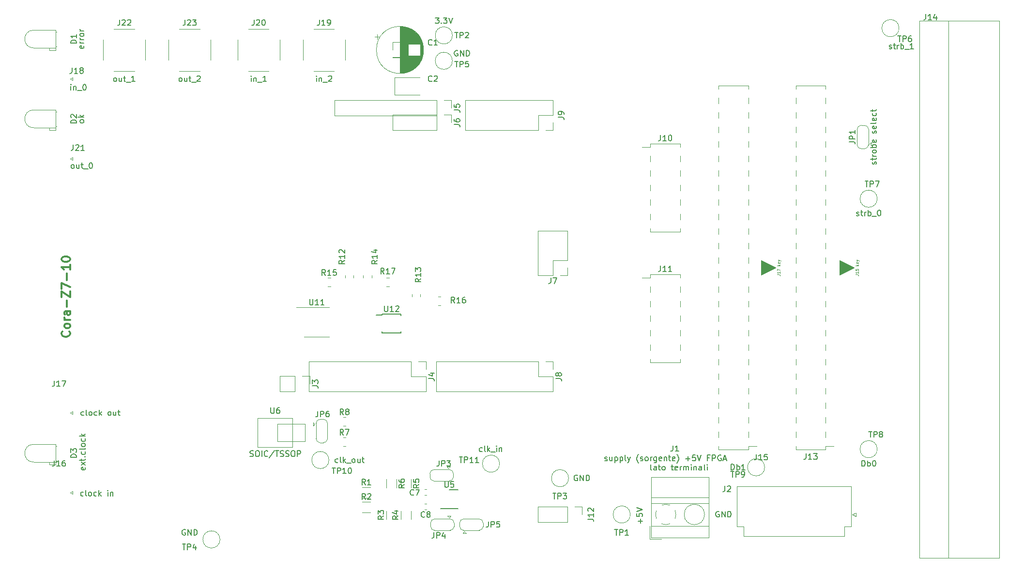
<source format=gto>
G04 #@! TF.GenerationSoftware,KiCad,Pcbnew,5.1.12-84ad8e8a86~92~ubuntu18.04.1*
G04 #@! TF.CreationDate,2025-07-17T12:35:45+02:00*
G04 #@! TF.ProjectId,FPGA_buffer_board,46504741-5f62-4756-9666-65725f626f61,1.1*
G04 #@! TF.SameCoordinates,Original*
G04 #@! TF.FileFunction,Legend,Top*
G04 #@! TF.FilePolarity,Positive*
%FSLAX46Y46*%
G04 Gerber Fmt 4.6, Leading zero omitted, Abs format (unit mm)*
G04 Created by KiCad (PCBNEW 5.1.12-84ad8e8a86~92~ubuntu18.04.1) date 2025-07-17 12:35:45*
%MOMM*%
%LPD*%
G01*
G04 APERTURE LIST*
%ADD10C,0.150000*%
%ADD11C,0.100000*%
%ADD12C,0.300000*%
%ADD13C,0.120000*%
G04 APERTURE END LIST*
D10*
X126771428Y-129504761D02*
X126914285Y-129552380D01*
X127152380Y-129552380D01*
X127247619Y-129504761D01*
X127295238Y-129457142D01*
X127342857Y-129361904D01*
X127342857Y-129266666D01*
X127295238Y-129171428D01*
X127247619Y-129123809D01*
X127152380Y-129076190D01*
X126961904Y-129028571D01*
X126866666Y-128980952D01*
X126819047Y-128933333D01*
X126771428Y-128838095D01*
X126771428Y-128742857D01*
X126819047Y-128647619D01*
X126866666Y-128600000D01*
X126961904Y-128552380D01*
X127200000Y-128552380D01*
X127342857Y-128600000D01*
X127961904Y-128552380D02*
X128152380Y-128552380D01*
X128247619Y-128600000D01*
X128342857Y-128695238D01*
X128390476Y-128885714D01*
X128390476Y-129219047D01*
X128342857Y-129409523D01*
X128247619Y-129504761D01*
X128152380Y-129552380D01*
X127961904Y-129552380D01*
X127866666Y-129504761D01*
X127771428Y-129409523D01*
X127723809Y-129219047D01*
X127723809Y-128885714D01*
X127771428Y-128695238D01*
X127866666Y-128600000D01*
X127961904Y-128552380D01*
X128819047Y-129552380D02*
X128819047Y-128552380D01*
X129866666Y-129457142D02*
X129819047Y-129504761D01*
X129676190Y-129552380D01*
X129580952Y-129552380D01*
X129438095Y-129504761D01*
X129342857Y-129409523D01*
X129295238Y-129314285D01*
X129247619Y-129123809D01*
X129247619Y-128980952D01*
X129295238Y-128790476D01*
X129342857Y-128695238D01*
X129438095Y-128600000D01*
X129580952Y-128552380D01*
X129676190Y-128552380D01*
X129819047Y-128600000D01*
X129866666Y-128647619D01*
X131009523Y-128504761D02*
X130152380Y-129790476D01*
X131200000Y-128552380D02*
X131771428Y-128552380D01*
X131485714Y-129552380D02*
X131485714Y-128552380D01*
X132057142Y-129504761D02*
X132200000Y-129552380D01*
X132438095Y-129552380D01*
X132533333Y-129504761D01*
X132580952Y-129457142D01*
X132628571Y-129361904D01*
X132628571Y-129266666D01*
X132580952Y-129171428D01*
X132533333Y-129123809D01*
X132438095Y-129076190D01*
X132247619Y-129028571D01*
X132152380Y-128980952D01*
X132104761Y-128933333D01*
X132057142Y-128838095D01*
X132057142Y-128742857D01*
X132104761Y-128647619D01*
X132152380Y-128600000D01*
X132247619Y-128552380D01*
X132485714Y-128552380D01*
X132628571Y-128600000D01*
X133009523Y-129504761D02*
X133152380Y-129552380D01*
X133390476Y-129552380D01*
X133485714Y-129504761D01*
X133533333Y-129457142D01*
X133580952Y-129361904D01*
X133580952Y-129266666D01*
X133533333Y-129171428D01*
X133485714Y-129123809D01*
X133390476Y-129076190D01*
X133200000Y-129028571D01*
X133104761Y-128980952D01*
X133057142Y-128933333D01*
X133009523Y-128838095D01*
X133009523Y-128742857D01*
X133057142Y-128647619D01*
X133104761Y-128600000D01*
X133200000Y-128552380D01*
X133438095Y-128552380D01*
X133580952Y-128600000D01*
X134200000Y-128552380D02*
X134390476Y-128552380D01*
X134485714Y-128600000D01*
X134580952Y-128695238D01*
X134628571Y-128885714D01*
X134628571Y-129219047D01*
X134580952Y-129409523D01*
X134485714Y-129504761D01*
X134390476Y-129552380D01*
X134200000Y-129552380D01*
X134104761Y-129504761D01*
X134009523Y-129409523D01*
X133961904Y-129219047D01*
X133961904Y-128885714D01*
X134009523Y-128695238D01*
X134104761Y-128600000D01*
X134200000Y-128552380D01*
X135057142Y-129552380D02*
X135057142Y-128552380D01*
X135438095Y-128552380D01*
X135533333Y-128600000D01*
X135580952Y-128647619D01*
X135628571Y-128742857D01*
X135628571Y-128885714D01*
X135580952Y-128980952D01*
X135533333Y-129028571D01*
X135438095Y-129076190D01*
X135057142Y-129076190D01*
X197014285Y-131932380D02*
X196919047Y-131884761D01*
X196871428Y-131789523D01*
X196871428Y-130932380D01*
X197823809Y-131932380D02*
X197823809Y-131408571D01*
X197776190Y-131313333D01*
X197680952Y-131265714D01*
X197490476Y-131265714D01*
X197395238Y-131313333D01*
X197823809Y-131884761D02*
X197728571Y-131932380D01*
X197490476Y-131932380D01*
X197395238Y-131884761D01*
X197347619Y-131789523D01*
X197347619Y-131694285D01*
X197395238Y-131599047D01*
X197490476Y-131551428D01*
X197728571Y-131551428D01*
X197823809Y-131503809D01*
X198157142Y-131265714D02*
X198538095Y-131265714D01*
X198300000Y-130932380D02*
X198300000Y-131789523D01*
X198347619Y-131884761D01*
X198442857Y-131932380D01*
X198538095Y-131932380D01*
X199014285Y-131932380D02*
X198919047Y-131884761D01*
X198871428Y-131837142D01*
X198823809Y-131741904D01*
X198823809Y-131456190D01*
X198871428Y-131360952D01*
X198919047Y-131313333D01*
X199014285Y-131265714D01*
X199157142Y-131265714D01*
X199252380Y-131313333D01*
X199300000Y-131360952D01*
X199347619Y-131456190D01*
X199347619Y-131741904D01*
X199300000Y-131837142D01*
X199252380Y-131884761D01*
X199157142Y-131932380D01*
X199014285Y-131932380D01*
X200395238Y-131265714D02*
X200776190Y-131265714D01*
X200538095Y-130932380D02*
X200538095Y-131789523D01*
X200585714Y-131884761D01*
X200680952Y-131932380D01*
X200776190Y-131932380D01*
X201490476Y-131884761D02*
X201395238Y-131932380D01*
X201204761Y-131932380D01*
X201109523Y-131884761D01*
X201061904Y-131789523D01*
X201061904Y-131408571D01*
X201109523Y-131313333D01*
X201204761Y-131265714D01*
X201395238Y-131265714D01*
X201490476Y-131313333D01*
X201538095Y-131408571D01*
X201538095Y-131503809D01*
X201061904Y-131599047D01*
X201966666Y-131932380D02*
X201966666Y-131265714D01*
X201966666Y-131456190D02*
X202014285Y-131360952D01*
X202061904Y-131313333D01*
X202157142Y-131265714D01*
X202252380Y-131265714D01*
X202585714Y-131932380D02*
X202585714Y-131265714D01*
X202585714Y-131360952D02*
X202633333Y-131313333D01*
X202728571Y-131265714D01*
X202871428Y-131265714D01*
X202966666Y-131313333D01*
X203014285Y-131408571D01*
X203014285Y-131932380D01*
X203014285Y-131408571D02*
X203061904Y-131313333D01*
X203157142Y-131265714D01*
X203300000Y-131265714D01*
X203395238Y-131313333D01*
X203442857Y-131408571D01*
X203442857Y-131932380D01*
X203919047Y-131932380D02*
X203919047Y-131265714D01*
X203919047Y-130932380D02*
X203871428Y-130980000D01*
X203919047Y-131027619D01*
X203966666Y-130980000D01*
X203919047Y-130932380D01*
X203919047Y-131027619D01*
X204395238Y-131265714D02*
X204395238Y-131932380D01*
X204395238Y-131360952D02*
X204442857Y-131313333D01*
X204538095Y-131265714D01*
X204680952Y-131265714D01*
X204776190Y-131313333D01*
X204823809Y-131408571D01*
X204823809Y-131932380D01*
X205728571Y-131932380D02*
X205728571Y-131408571D01*
X205680952Y-131313333D01*
X205585714Y-131265714D01*
X205395238Y-131265714D01*
X205300000Y-131313333D01*
X205728571Y-131884761D02*
X205633333Y-131932380D01*
X205395238Y-131932380D01*
X205300000Y-131884761D01*
X205252380Y-131789523D01*
X205252380Y-131694285D01*
X205300000Y-131599047D01*
X205395238Y-131551428D01*
X205633333Y-131551428D01*
X205728571Y-131503809D01*
X206347619Y-131932380D02*
X206252380Y-131884761D01*
X206204761Y-131789523D01*
X206204761Y-130932380D01*
X206728571Y-131932380D02*
X206728571Y-131265714D01*
X206728571Y-130932380D02*
X206680952Y-130980000D01*
X206728571Y-131027619D01*
X206776190Y-130980000D01*
X206728571Y-130932380D01*
X206728571Y-131027619D01*
X163068095Y-58555000D02*
X162972857Y-58507380D01*
X162830000Y-58507380D01*
X162687142Y-58555000D01*
X162591904Y-58650238D01*
X162544285Y-58745476D01*
X162496666Y-58935952D01*
X162496666Y-59078809D01*
X162544285Y-59269285D01*
X162591904Y-59364523D01*
X162687142Y-59459761D01*
X162830000Y-59507380D01*
X162925238Y-59507380D01*
X163068095Y-59459761D01*
X163115714Y-59412142D01*
X163115714Y-59078809D01*
X162925238Y-59078809D01*
X163544285Y-59507380D02*
X163544285Y-58507380D01*
X164115714Y-59507380D01*
X164115714Y-58507380D01*
X164591904Y-59507380D02*
X164591904Y-58507380D01*
X164830000Y-58507380D01*
X164972857Y-58555000D01*
X165068095Y-58650238D01*
X165115714Y-58745476D01*
X165163333Y-58935952D01*
X165163333Y-59078809D01*
X165115714Y-59269285D01*
X165068095Y-59364523D01*
X164972857Y-59459761D01*
X164830000Y-59507380D01*
X164591904Y-59507380D01*
X159178809Y-52792380D02*
X159797857Y-52792380D01*
X159464523Y-53173333D01*
X159607380Y-53173333D01*
X159702619Y-53220952D01*
X159750238Y-53268571D01*
X159797857Y-53363809D01*
X159797857Y-53601904D01*
X159750238Y-53697142D01*
X159702619Y-53744761D01*
X159607380Y-53792380D01*
X159321666Y-53792380D01*
X159226428Y-53744761D01*
X159178809Y-53697142D01*
X160226428Y-53697142D02*
X160274047Y-53744761D01*
X160226428Y-53792380D01*
X160178809Y-53744761D01*
X160226428Y-53697142D01*
X160226428Y-53792380D01*
X160607380Y-52792380D02*
X161226428Y-52792380D01*
X160893095Y-53173333D01*
X161035952Y-53173333D01*
X161131190Y-53220952D01*
X161178809Y-53268571D01*
X161226428Y-53363809D01*
X161226428Y-53601904D01*
X161178809Y-53697142D01*
X161131190Y-53744761D01*
X161035952Y-53792380D01*
X160750238Y-53792380D01*
X160655000Y-53744761D01*
X160607380Y-53697142D01*
X161512142Y-52792380D02*
X161845476Y-53792380D01*
X162178809Y-52792380D01*
X115443095Y-142375000D02*
X115347857Y-142327380D01*
X115205000Y-142327380D01*
X115062142Y-142375000D01*
X114966904Y-142470238D01*
X114919285Y-142565476D01*
X114871666Y-142755952D01*
X114871666Y-142898809D01*
X114919285Y-143089285D01*
X114966904Y-143184523D01*
X115062142Y-143279761D01*
X115205000Y-143327380D01*
X115300238Y-143327380D01*
X115443095Y-143279761D01*
X115490714Y-143232142D01*
X115490714Y-142898809D01*
X115300238Y-142898809D01*
X115919285Y-143327380D02*
X115919285Y-142327380D01*
X116490714Y-143327380D01*
X116490714Y-142327380D01*
X116966904Y-143327380D02*
X116966904Y-142327380D01*
X117205000Y-142327380D01*
X117347857Y-142375000D01*
X117443095Y-142470238D01*
X117490714Y-142565476D01*
X117538333Y-142755952D01*
X117538333Y-142898809D01*
X117490714Y-143089285D01*
X117443095Y-143184523D01*
X117347857Y-143279761D01*
X117205000Y-143327380D01*
X116966904Y-143327380D01*
X238545952Y-58189761D02*
X238641190Y-58237380D01*
X238831666Y-58237380D01*
X238926904Y-58189761D01*
X238974523Y-58094523D01*
X238974523Y-58046904D01*
X238926904Y-57951666D01*
X238831666Y-57904047D01*
X238688809Y-57904047D01*
X238593571Y-57856428D01*
X238545952Y-57761190D01*
X238545952Y-57713571D01*
X238593571Y-57618333D01*
X238688809Y-57570714D01*
X238831666Y-57570714D01*
X238926904Y-57618333D01*
X239260238Y-57570714D02*
X239641190Y-57570714D01*
X239403095Y-57237380D02*
X239403095Y-58094523D01*
X239450714Y-58189761D01*
X239545952Y-58237380D01*
X239641190Y-58237380D01*
X239974523Y-58237380D02*
X239974523Y-57570714D01*
X239974523Y-57761190D02*
X240022142Y-57665952D01*
X240069761Y-57618333D01*
X240165000Y-57570714D01*
X240260238Y-57570714D01*
X240593571Y-58237380D02*
X240593571Y-57237380D01*
X240593571Y-57618333D02*
X240688809Y-57570714D01*
X240879285Y-57570714D01*
X240974523Y-57618333D01*
X241022142Y-57665952D01*
X241069761Y-57761190D01*
X241069761Y-58046904D01*
X241022142Y-58142142D01*
X240974523Y-58189761D01*
X240879285Y-58237380D01*
X240688809Y-58237380D01*
X240593571Y-58189761D01*
X241260238Y-58332619D02*
X242022142Y-58332619D01*
X242784047Y-58237380D02*
X242212619Y-58237380D01*
X242498333Y-58237380D02*
X242498333Y-57237380D01*
X242403095Y-57380238D01*
X242307857Y-57475476D01*
X242212619Y-57523095D01*
X232830952Y-87399761D02*
X232926190Y-87447380D01*
X233116666Y-87447380D01*
X233211904Y-87399761D01*
X233259523Y-87304523D01*
X233259523Y-87256904D01*
X233211904Y-87161666D01*
X233116666Y-87114047D01*
X232973809Y-87114047D01*
X232878571Y-87066428D01*
X232830952Y-86971190D01*
X232830952Y-86923571D01*
X232878571Y-86828333D01*
X232973809Y-86780714D01*
X233116666Y-86780714D01*
X233211904Y-86828333D01*
X233545238Y-86780714D02*
X233926190Y-86780714D01*
X233688095Y-86447380D02*
X233688095Y-87304523D01*
X233735714Y-87399761D01*
X233830952Y-87447380D01*
X233926190Y-87447380D01*
X234259523Y-87447380D02*
X234259523Y-86780714D01*
X234259523Y-86971190D02*
X234307142Y-86875952D01*
X234354761Y-86828333D01*
X234450000Y-86780714D01*
X234545238Y-86780714D01*
X234878571Y-87447380D02*
X234878571Y-86447380D01*
X234878571Y-86828333D02*
X234973809Y-86780714D01*
X235164285Y-86780714D01*
X235259523Y-86828333D01*
X235307142Y-86875952D01*
X235354761Y-86971190D01*
X235354761Y-87256904D01*
X235307142Y-87352142D01*
X235259523Y-87399761D01*
X235164285Y-87447380D01*
X234973809Y-87447380D01*
X234878571Y-87399761D01*
X235545238Y-87542619D02*
X236307142Y-87542619D01*
X236735714Y-86447380D02*
X236830952Y-86447380D01*
X236926190Y-86495000D01*
X236973809Y-86542619D01*
X237021428Y-86637857D01*
X237069047Y-86828333D01*
X237069047Y-87066428D01*
X237021428Y-87256904D01*
X236973809Y-87352142D01*
X236926190Y-87399761D01*
X236830952Y-87447380D01*
X236735714Y-87447380D01*
X236640476Y-87399761D01*
X236592857Y-87352142D01*
X236545238Y-87256904D01*
X236497619Y-87066428D01*
X236497619Y-86828333D01*
X236545238Y-86637857D01*
X236592857Y-86542619D01*
X236640476Y-86495000D01*
X236735714Y-86447380D01*
X233759523Y-131262380D02*
X233759523Y-130262380D01*
X233997619Y-130262380D01*
X234140476Y-130310000D01*
X234235714Y-130405238D01*
X234283333Y-130500476D01*
X234330952Y-130690952D01*
X234330952Y-130833809D01*
X234283333Y-131024285D01*
X234235714Y-131119523D01*
X234140476Y-131214761D01*
X233997619Y-131262380D01*
X233759523Y-131262380D01*
X234759523Y-131262380D02*
X234759523Y-130262380D01*
X234759523Y-130643333D02*
X234854761Y-130595714D01*
X235045238Y-130595714D01*
X235140476Y-130643333D01*
X235188095Y-130690952D01*
X235235714Y-130786190D01*
X235235714Y-131071904D01*
X235188095Y-131167142D01*
X235140476Y-131214761D01*
X235045238Y-131262380D01*
X234854761Y-131262380D01*
X234759523Y-131214761D01*
X235854761Y-130262380D02*
X235950000Y-130262380D01*
X236045238Y-130310000D01*
X236092857Y-130357619D01*
X236140476Y-130452857D01*
X236188095Y-130643333D01*
X236188095Y-130881428D01*
X236140476Y-131071904D01*
X236092857Y-131167142D01*
X236045238Y-131214761D01*
X235950000Y-131262380D01*
X235854761Y-131262380D01*
X235759523Y-131214761D01*
X235711904Y-131167142D01*
X235664285Y-131071904D01*
X235616666Y-130881428D01*
X235616666Y-130643333D01*
X235664285Y-130452857D01*
X235711904Y-130357619D01*
X235759523Y-130310000D01*
X235854761Y-130262380D01*
X210899523Y-131897380D02*
X210899523Y-130897380D01*
X211137619Y-130897380D01*
X211280476Y-130945000D01*
X211375714Y-131040238D01*
X211423333Y-131135476D01*
X211470952Y-131325952D01*
X211470952Y-131468809D01*
X211423333Y-131659285D01*
X211375714Y-131754523D01*
X211280476Y-131849761D01*
X211137619Y-131897380D01*
X210899523Y-131897380D01*
X211899523Y-131897380D02*
X211899523Y-130897380D01*
X211899523Y-131278333D02*
X211994761Y-131230714D01*
X212185238Y-131230714D01*
X212280476Y-131278333D01*
X212328095Y-131325952D01*
X212375714Y-131421190D01*
X212375714Y-131706904D01*
X212328095Y-131802142D01*
X212280476Y-131849761D01*
X212185238Y-131897380D01*
X211994761Y-131897380D01*
X211899523Y-131849761D01*
X213328095Y-131897380D02*
X212756666Y-131897380D01*
X213042380Y-131897380D02*
X213042380Y-130897380D01*
X212947142Y-131040238D01*
X212851904Y-131135476D01*
X212756666Y-131183095D01*
X142145000Y-130579761D02*
X142049761Y-130627380D01*
X141859285Y-130627380D01*
X141764047Y-130579761D01*
X141716428Y-130532142D01*
X141668809Y-130436904D01*
X141668809Y-130151190D01*
X141716428Y-130055952D01*
X141764047Y-130008333D01*
X141859285Y-129960714D01*
X142049761Y-129960714D01*
X142145000Y-130008333D01*
X142716428Y-130627380D02*
X142621190Y-130579761D01*
X142573571Y-130484523D01*
X142573571Y-129627380D01*
X143097380Y-130627380D02*
X143097380Y-129627380D01*
X143192619Y-130246428D02*
X143478333Y-130627380D01*
X143478333Y-129960714D02*
X143097380Y-130341666D01*
X143668809Y-130722619D02*
X144430714Y-130722619D01*
X144811666Y-130627380D02*
X144716428Y-130579761D01*
X144668809Y-130532142D01*
X144621190Y-130436904D01*
X144621190Y-130151190D01*
X144668809Y-130055952D01*
X144716428Y-130008333D01*
X144811666Y-129960714D01*
X144954523Y-129960714D01*
X145049761Y-130008333D01*
X145097380Y-130055952D01*
X145145000Y-130151190D01*
X145145000Y-130436904D01*
X145097380Y-130532142D01*
X145049761Y-130579761D01*
X144954523Y-130627380D01*
X144811666Y-130627380D01*
X146002142Y-129960714D02*
X146002142Y-130627380D01*
X145573571Y-129960714D02*
X145573571Y-130484523D01*
X145621190Y-130579761D01*
X145716428Y-130627380D01*
X145859285Y-130627380D01*
X145954523Y-130579761D01*
X146002142Y-130532142D01*
X146335476Y-129960714D02*
X146716428Y-129960714D01*
X146478333Y-129627380D02*
X146478333Y-130484523D01*
X146525952Y-130579761D01*
X146621190Y-130627380D01*
X146716428Y-130627380D01*
X167370000Y-128644761D02*
X167274761Y-128692380D01*
X167084285Y-128692380D01*
X166989047Y-128644761D01*
X166941428Y-128597142D01*
X166893809Y-128501904D01*
X166893809Y-128216190D01*
X166941428Y-128120952D01*
X166989047Y-128073333D01*
X167084285Y-128025714D01*
X167274761Y-128025714D01*
X167370000Y-128073333D01*
X167941428Y-128692380D02*
X167846190Y-128644761D01*
X167798571Y-128549523D01*
X167798571Y-127692380D01*
X168322380Y-128692380D02*
X168322380Y-127692380D01*
X168417619Y-128311428D02*
X168703333Y-128692380D01*
X168703333Y-128025714D02*
X168322380Y-128406666D01*
X168893809Y-128787619D02*
X169655714Y-128787619D01*
X169893809Y-128692380D02*
X169893809Y-128025714D01*
X169893809Y-127692380D02*
X169846190Y-127740000D01*
X169893809Y-127787619D01*
X169941428Y-127740000D01*
X169893809Y-127692380D01*
X169893809Y-127787619D01*
X170370000Y-128025714D02*
X170370000Y-128692380D01*
X170370000Y-128120952D02*
X170417619Y-128073333D01*
X170512857Y-128025714D01*
X170655714Y-128025714D01*
X170750952Y-128073333D01*
X170798571Y-128168571D01*
X170798571Y-128692380D01*
X184023095Y-132850000D02*
X183927857Y-132802380D01*
X183785000Y-132802380D01*
X183642142Y-132850000D01*
X183546904Y-132945238D01*
X183499285Y-133040476D01*
X183451666Y-133230952D01*
X183451666Y-133373809D01*
X183499285Y-133564285D01*
X183546904Y-133659523D01*
X183642142Y-133754761D01*
X183785000Y-133802380D01*
X183880238Y-133802380D01*
X184023095Y-133754761D01*
X184070714Y-133707142D01*
X184070714Y-133373809D01*
X183880238Y-133373809D01*
X184499285Y-133802380D02*
X184499285Y-132802380D01*
X185070714Y-133802380D01*
X185070714Y-132802380D01*
X185546904Y-133802380D02*
X185546904Y-132802380D01*
X185785000Y-132802380D01*
X185927857Y-132850000D01*
X186023095Y-132945238D01*
X186070714Y-133040476D01*
X186118333Y-133230952D01*
X186118333Y-133373809D01*
X186070714Y-133564285D01*
X186023095Y-133659523D01*
X185927857Y-133754761D01*
X185785000Y-133802380D01*
X185546904Y-133802380D01*
X138390476Y-63952380D02*
X138390476Y-63285714D01*
X138390476Y-62952380D02*
X138342857Y-63000000D01*
X138390476Y-63047619D01*
X138438095Y-63000000D01*
X138390476Y-62952380D01*
X138390476Y-63047619D01*
X138866666Y-63285714D02*
X138866666Y-63952380D01*
X138866666Y-63380952D02*
X138914285Y-63333333D01*
X139009523Y-63285714D01*
X139152380Y-63285714D01*
X139247619Y-63333333D01*
X139295238Y-63428571D01*
X139295238Y-63952380D01*
X139533333Y-64047619D02*
X140295238Y-64047619D01*
X140485714Y-63047619D02*
X140533333Y-63000000D01*
X140628571Y-62952380D01*
X140866666Y-62952380D01*
X140961904Y-63000000D01*
X141009523Y-63047619D01*
X141057142Y-63142857D01*
X141057142Y-63238095D01*
X141009523Y-63380952D01*
X140438095Y-63952380D01*
X141057142Y-63952380D01*
X126960476Y-63952380D02*
X126960476Y-63285714D01*
X126960476Y-62952380D02*
X126912857Y-63000000D01*
X126960476Y-63047619D01*
X127008095Y-63000000D01*
X126960476Y-62952380D01*
X126960476Y-63047619D01*
X127436666Y-63285714D02*
X127436666Y-63952380D01*
X127436666Y-63380952D02*
X127484285Y-63333333D01*
X127579523Y-63285714D01*
X127722380Y-63285714D01*
X127817619Y-63333333D01*
X127865238Y-63428571D01*
X127865238Y-63952380D01*
X128103333Y-64047619D02*
X128865238Y-64047619D01*
X129627142Y-63952380D02*
X129055714Y-63952380D01*
X129341428Y-63952380D02*
X129341428Y-62952380D01*
X129246190Y-63095238D01*
X129150952Y-63190476D01*
X129055714Y-63238095D01*
X114538333Y-63952380D02*
X114443095Y-63904761D01*
X114395476Y-63857142D01*
X114347857Y-63761904D01*
X114347857Y-63476190D01*
X114395476Y-63380952D01*
X114443095Y-63333333D01*
X114538333Y-63285714D01*
X114681190Y-63285714D01*
X114776428Y-63333333D01*
X114824047Y-63380952D01*
X114871666Y-63476190D01*
X114871666Y-63761904D01*
X114824047Y-63857142D01*
X114776428Y-63904761D01*
X114681190Y-63952380D01*
X114538333Y-63952380D01*
X115728809Y-63285714D02*
X115728809Y-63952380D01*
X115300238Y-63285714D02*
X115300238Y-63809523D01*
X115347857Y-63904761D01*
X115443095Y-63952380D01*
X115585952Y-63952380D01*
X115681190Y-63904761D01*
X115728809Y-63857142D01*
X116062142Y-63285714D02*
X116443095Y-63285714D01*
X116205000Y-62952380D02*
X116205000Y-63809523D01*
X116252619Y-63904761D01*
X116347857Y-63952380D01*
X116443095Y-63952380D01*
X116538333Y-64047619D02*
X117300238Y-64047619D01*
X117490714Y-63047619D02*
X117538333Y-63000000D01*
X117633571Y-62952380D01*
X117871666Y-62952380D01*
X117966904Y-63000000D01*
X118014523Y-63047619D01*
X118062142Y-63142857D01*
X118062142Y-63238095D01*
X118014523Y-63380952D01*
X117443095Y-63952380D01*
X118062142Y-63952380D01*
X97904761Y-131464285D02*
X97952380Y-131559523D01*
X97952380Y-131750000D01*
X97904761Y-131845238D01*
X97809523Y-131892857D01*
X97428571Y-131892857D01*
X97333333Y-131845238D01*
X97285714Y-131750000D01*
X97285714Y-131559523D01*
X97333333Y-131464285D01*
X97428571Y-131416666D01*
X97523809Y-131416666D01*
X97619047Y-131892857D01*
X97952380Y-131083333D02*
X97285714Y-130559523D01*
X97285714Y-131083333D02*
X97952380Y-130559523D01*
X97285714Y-130321428D02*
X97285714Y-129940476D01*
X96952380Y-130178571D02*
X97809523Y-130178571D01*
X97904761Y-130130952D01*
X97952380Y-130035714D01*
X97952380Y-129940476D01*
X97857142Y-129607142D02*
X97904761Y-129559523D01*
X97952380Y-129607142D01*
X97904761Y-129654761D01*
X97857142Y-129607142D01*
X97952380Y-129607142D01*
X97904761Y-128702380D02*
X97952380Y-128797619D01*
X97952380Y-128988095D01*
X97904761Y-129083333D01*
X97857142Y-129130952D01*
X97761904Y-129178571D01*
X97476190Y-129178571D01*
X97380952Y-129130952D01*
X97333333Y-129083333D01*
X97285714Y-128988095D01*
X97285714Y-128797619D01*
X97333333Y-128702380D01*
X97952380Y-128130952D02*
X97904761Y-128226190D01*
X97809523Y-128273809D01*
X96952380Y-128273809D01*
X97952380Y-127607142D02*
X97904761Y-127702380D01*
X97857142Y-127750000D01*
X97761904Y-127797619D01*
X97476190Y-127797619D01*
X97380952Y-127750000D01*
X97333333Y-127702380D01*
X97285714Y-127607142D01*
X97285714Y-127464285D01*
X97333333Y-127369047D01*
X97380952Y-127321428D01*
X97476190Y-127273809D01*
X97761904Y-127273809D01*
X97857142Y-127321428D01*
X97904761Y-127369047D01*
X97952380Y-127464285D01*
X97952380Y-127607142D01*
X97904761Y-126416666D02*
X97952380Y-126511904D01*
X97952380Y-126702380D01*
X97904761Y-126797619D01*
X97857142Y-126845238D01*
X97761904Y-126892857D01*
X97476190Y-126892857D01*
X97380952Y-126845238D01*
X97333333Y-126797619D01*
X97285714Y-126702380D01*
X97285714Y-126511904D01*
X97333333Y-126416666D01*
X97952380Y-125988095D02*
X96952380Y-125988095D01*
X97571428Y-125892857D02*
X97952380Y-125607142D01*
X97285714Y-125607142D02*
X97666666Y-125988095D01*
X97702380Y-70976190D02*
X97654761Y-71071428D01*
X97607142Y-71119047D01*
X97511904Y-71166666D01*
X97226190Y-71166666D01*
X97130952Y-71119047D01*
X97083333Y-71071428D01*
X97035714Y-70976190D01*
X97035714Y-70833333D01*
X97083333Y-70738095D01*
X97130952Y-70690476D01*
X97226190Y-70642857D01*
X97511904Y-70642857D01*
X97607142Y-70690476D01*
X97654761Y-70738095D01*
X97702380Y-70833333D01*
X97702380Y-70976190D01*
X97702380Y-70214285D02*
X96702380Y-70214285D01*
X97321428Y-70119047D02*
X97702380Y-69833333D01*
X97035714Y-69833333D02*
X97416666Y-70214285D01*
X97654761Y-57690476D02*
X97702380Y-57785714D01*
X97702380Y-57976190D01*
X97654761Y-58071428D01*
X97559523Y-58119047D01*
X97178571Y-58119047D01*
X97083333Y-58071428D01*
X97035714Y-57976190D01*
X97035714Y-57785714D01*
X97083333Y-57690476D01*
X97178571Y-57642857D01*
X97273809Y-57642857D01*
X97369047Y-58119047D01*
X97702380Y-57214285D02*
X97035714Y-57214285D01*
X97226190Y-57214285D02*
X97130952Y-57166666D01*
X97083333Y-57119047D01*
X97035714Y-57023809D01*
X97035714Y-56928571D01*
X97702380Y-56595238D02*
X97035714Y-56595238D01*
X97226190Y-56595238D02*
X97130952Y-56547619D01*
X97083333Y-56500000D01*
X97035714Y-56404761D01*
X97035714Y-56309523D01*
X97702380Y-55833333D02*
X97654761Y-55928571D01*
X97607142Y-55976190D01*
X97511904Y-56023809D01*
X97226190Y-56023809D01*
X97130952Y-55976190D01*
X97083333Y-55928571D01*
X97035714Y-55833333D01*
X97035714Y-55690476D01*
X97083333Y-55595238D01*
X97130952Y-55547619D01*
X97226190Y-55500000D01*
X97511904Y-55500000D01*
X97607142Y-55547619D01*
X97654761Y-55595238D01*
X97702380Y-55690476D01*
X97702380Y-55833333D01*
X97702380Y-55071428D02*
X97035714Y-55071428D01*
X97226190Y-55071428D02*
X97130952Y-55023809D01*
X97083333Y-54976190D01*
X97035714Y-54880952D01*
X97035714Y-54785714D01*
X95440476Y-65442380D02*
X95440476Y-64775714D01*
X95440476Y-64442380D02*
X95392857Y-64490000D01*
X95440476Y-64537619D01*
X95488095Y-64490000D01*
X95440476Y-64442380D01*
X95440476Y-64537619D01*
X95916666Y-64775714D02*
X95916666Y-65442380D01*
X95916666Y-64870952D02*
X95964285Y-64823333D01*
X96059523Y-64775714D01*
X96202380Y-64775714D01*
X96297619Y-64823333D01*
X96345238Y-64918571D01*
X96345238Y-65442380D01*
X96583333Y-65537619D02*
X97345238Y-65537619D01*
X97773809Y-64442380D02*
X97869047Y-64442380D01*
X97964285Y-64490000D01*
X98011904Y-64537619D01*
X98059523Y-64632857D01*
X98107142Y-64823333D01*
X98107142Y-65061428D01*
X98059523Y-65251904D01*
X98011904Y-65347142D01*
X97964285Y-65394761D01*
X97869047Y-65442380D01*
X97773809Y-65442380D01*
X97678571Y-65394761D01*
X97630952Y-65347142D01*
X97583333Y-65251904D01*
X97535714Y-65061428D01*
X97535714Y-64823333D01*
X97583333Y-64632857D01*
X97630952Y-64537619D01*
X97678571Y-64490000D01*
X97773809Y-64442380D01*
X208788095Y-139200000D02*
X208692857Y-139152380D01*
X208550000Y-139152380D01*
X208407142Y-139200000D01*
X208311904Y-139295238D01*
X208264285Y-139390476D01*
X208216666Y-139580952D01*
X208216666Y-139723809D01*
X208264285Y-139914285D01*
X208311904Y-140009523D01*
X208407142Y-140104761D01*
X208550000Y-140152380D01*
X208645238Y-140152380D01*
X208788095Y-140104761D01*
X208835714Y-140057142D01*
X208835714Y-139723809D01*
X208645238Y-139723809D01*
X209264285Y-140152380D02*
X209264285Y-139152380D01*
X209835714Y-140152380D01*
X209835714Y-139152380D01*
X210311904Y-140152380D02*
X210311904Y-139152380D01*
X210550000Y-139152380D01*
X210692857Y-139200000D01*
X210788095Y-139295238D01*
X210835714Y-139390476D01*
X210883333Y-139580952D01*
X210883333Y-139723809D01*
X210835714Y-139914285D01*
X210788095Y-140009523D01*
X210692857Y-140104761D01*
X210550000Y-140152380D01*
X210311904Y-140152380D01*
X195021428Y-141245714D02*
X195021428Y-140483809D01*
X195402380Y-140864761D02*
X194640476Y-140864761D01*
X194402380Y-139531428D02*
X194402380Y-140007619D01*
X194878571Y-140055238D01*
X194830952Y-140007619D01*
X194783333Y-139912380D01*
X194783333Y-139674285D01*
X194830952Y-139579047D01*
X194878571Y-139531428D01*
X194973809Y-139483809D01*
X195211904Y-139483809D01*
X195307142Y-139531428D01*
X195354761Y-139579047D01*
X195402380Y-139674285D01*
X195402380Y-139912380D01*
X195354761Y-140007619D01*
X195307142Y-140055238D01*
X194402380Y-139198095D02*
X195402380Y-138864761D01*
X194402380Y-138531428D01*
D11*
G36*
X218694000Y-96520000D02*
G01*
X216154000Y-97790000D01*
X216154000Y-95250000D01*
X218694000Y-96520000D01*
G37*
X218694000Y-96520000D02*
X216154000Y-97790000D01*
X216154000Y-95250000D01*
X218694000Y-96520000D01*
X218928190Y-97722380D02*
X219285333Y-97722380D01*
X219356761Y-97746190D01*
X219404380Y-97793809D01*
X219428190Y-97865238D01*
X219428190Y-97912857D01*
X219428190Y-97222380D02*
X219428190Y-97508095D01*
X219428190Y-97365238D02*
X218928190Y-97365238D01*
X218999619Y-97412857D01*
X219047238Y-97460476D01*
X219071047Y-97508095D01*
X218928190Y-97055714D02*
X218928190Y-96722380D01*
X219428190Y-96936666D01*
X219428190Y-96150952D02*
X218928190Y-96150952D01*
X219237714Y-96103333D02*
X219428190Y-95960476D01*
X219094857Y-95960476D02*
X219285333Y-96150952D01*
X219404380Y-95555714D02*
X219428190Y-95603333D01*
X219428190Y-95698571D01*
X219404380Y-95746190D01*
X219356761Y-95770000D01*
X219166285Y-95770000D01*
X219118666Y-95746190D01*
X219094857Y-95698571D01*
X219094857Y-95603333D01*
X219118666Y-95555714D01*
X219166285Y-95531904D01*
X219213904Y-95531904D01*
X219261523Y-95770000D01*
X219094857Y-95365238D02*
X219428190Y-95246190D01*
X219094857Y-95127142D02*
X219428190Y-95246190D01*
X219547238Y-95293809D01*
X219571047Y-95317619D01*
X219594857Y-95365238D01*
X232644190Y-97722380D02*
X233001333Y-97722380D01*
X233072761Y-97746190D01*
X233120380Y-97793809D01*
X233144190Y-97865238D01*
X233144190Y-97912857D01*
X233144190Y-97222380D02*
X233144190Y-97508095D01*
X233144190Y-97365238D02*
X232644190Y-97365238D01*
X232715619Y-97412857D01*
X232763238Y-97460476D01*
X232787047Y-97508095D01*
X232644190Y-96770000D02*
X232644190Y-97008095D01*
X232882285Y-97031904D01*
X232858476Y-97008095D01*
X232834666Y-96960476D01*
X232834666Y-96841428D01*
X232858476Y-96793809D01*
X232882285Y-96770000D01*
X232929904Y-96746190D01*
X233048952Y-96746190D01*
X233096571Y-96770000D01*
X233120380Y-96793809D01*
X233144190Y-96841428D01*
X233144190Y-96960476D01*
X233120380Y-97008095D01*
X233096571Y-97031904D01*
X233144190Y-96150952D02*
X232644190Y-96150952D01*
X232953714Y-96103333D02*
X233144190Y-95960476D01*
X232810857Y-95960476D02*
X233001333Y-96150952D01*
X233120380Y-95555714D02*
X233144190Y-95603333D01*
X233144190Y-95698571D01*
X233120380Y-95746190D01*
X233072761Y-95770000D01*
X232882285Y-95770000D01*
X232834666Y-95746190D01*
X232810857Y-95698571D01*
X232810857Y-95603333D01*
X232834666Y-95555714D01*
X232882285Y-95531904D01*
X232929904Y-95531904D01*
X232977523Y-95770000D01*
X232810857Y-95365238D02*
X233144190Y-95246190D01*
X232810857Y-95127142D02*
X233144190Y-95246190D01*
X233263238Y-95293809D01*
X233287047Y-95317619D01*
X233310857Y-95365238D01*
G36*
X232410000Y-96520000D02*
G01*
X229870000Y-97790000D01*
X229870000Y-95250000D01*
X232410000Y-96520000D01*
G37*
X232410000Y-96520000D02*
X229870000Y-97790000D01*
X229870000Y-95250000D01*
X232410000Y-96520000D01*
D10*
X95683333Y-79152380D02*
X95588095Y-79104761D01*
X95540476Y-79057142D01*
X95492857Y-78961904D01*
X95492857Y-78676190D01*
X95540476Y-78580952D01*
X95588095Y-78533333D01*
X95683333Y-78485714D01*
X95826190Y-78485714D01*
X95921428Y-78533333D01*
X95969047Y-78580952D01*
X96016666Y-78676190D01*
X96016666Y-78961904D01*
X95969047Y-79057142D01*
X95921428Y-79104761D01*
X95826190Y-79152380D01*
X95683333Y-79152380D01*
X96873809Y-78485714D02*
X96873809Y-79152380D01*
X96445238Y-78485714D02*
X96445238Y-79009523D01*
X96492857Y-79104761D01*
X96588095Y-79152380D01*
X96730952Y-79152380D01*
X96826190Y-79104761D01*
X96873809Y-79057142D01*
X97207142Y-78485714D02*
X97588095Y-78485714D01*
X97350000Y-78152380D02*
X97350000Y-79009523D01*
X97397619Y-79104761D01*
X97492857Y-79152380D01*
X97588095Y-79152380D01*
X97683333Y-79247619D02*
X98445238Y-79247619D01*
X98873809Y-78152380D02*
X98969047Y-78152380D01*
X99064285Y-78200000D01*
X99111904Y-78247619D01*
X99159523Y-78342857D01*
X99207142Y-78533333D01*
X99207142Y-78771428D01*
X99159523Y-78961904D01*
X99111904Y-79057142D01*
X99064285Y-79104761D01*
X98969047Y-79152380D01*
X98873809Y-79152380D01*
X98778571Y-79104761D01*
X98730952Y-79057142D01*
X98683333Y-78961904D01*
X98635714Y-78771428D01*
X98635714Y-78533333D01*
X98683333Y-78342857D01*
X98730952Y-78247619D01*
X98778571Y-78200000D01*
X98873809Y-78152380D01*
X103108333Y-63952380D02*
X103013095Y-63904761D01*
X102965476Y-63857142D01*
X102917857Y-63761904D01*
X102917857Y-63476190D01*
X102965476Y-63380952D01*
X103013095Y-63333333D01*
X103108333Y-63285714D01*
X103251190Y-63285714D01*
X103346428Y-63333333D01*
X103394047Y-63380952D01*
X103441666Y-63476190D01*
X103441666Y-63761904D01*
X103394047Y-63857142D01*
X103346428Y-63904761D01*
X103251190Y-63952380D01*
X103108333Y-63952380D01*
X104298809Y-63285714D02*
X104298809Y-63952380D01*
X103870238Y-63285714D02*
X103870238Y-63809523D01*
X103917857Y-63904761D01*
X104013095Y-63952380D01*
X104155952Y-63952380D01*
X104251190Y-63904761D01*
X104298809Y-63857142D01*
X104632142Y-63285714D02*
X105013095Y-63285714D01*
X104775000Y-62952380D02*
X104775000Y-63809523D01*
X104822619Y-63904761D01*
X104917857Y-63952380D01*
X105013095Y-63952380D01*
X105108333Y-64047619D02*
X105870238Y-64047619D01*
X106632142Y-63952380D02*
X106060714Y-63952380D01*
X106346428Y-63952380D02*
X106346428Y-62952380D01*
X106251190Y-63095238D01*
X106155952Y-63190476D01*
X106060714Y-63238095D01*
X97703047Y-122324761D02*
X97607809Y-122372380D01*
X97417333Y-122372380D01*
X97322095Y-122324761D01*
X97274476Y-122277142D01*
X97226857Y-122181904D01*
X97226857Y-121896190D01*
X97274476Y-121800952D01*
X97322095Y-121753333D01*
X97417333Y-121705714D01*
X97607809Y-121705714D01*
X97703047Y-121753333D01*
X98274476Y-122372380D02*
X98179238Y-122324761D01*
X98131619Y-122229523D01*
X98131619Y-121372380D01*
X98798285Y-122372380D02*
X98703047Y-122324761D01*
X98655428Y-122277142D01*
X98607809Y-122181904D01*
X98607809Y-121896190D01*
X98655428Y-121800952D01*
X98703047Y-121753333D01*
X98798285Y-121705714D01*
X98941142Y-121705714D01*
X99036380Y-121753333D01*
X99084000Y-121800952D01*
X99131619Y-121896190D01*
X99131619Y-122181904D01*
X99084000Y-122277142D01*
X99036380Y-122324761D01*
X98941142Y-122372380D01*
X98798285Y-122372380D01*
X99988761Y-122324761D02*
X99893523Y-122372380D01*
X99703047Y-122372380D01*
X99607809Y-122324761D01*
X99560190Y-122277142D01*
X99512571Y-122181904D01*
X99512571Y-121896190D01*
X99560190Y-121800952D01*
X99607809Y-121753333D01*
X99703047Y-121705714D01*
X99893523Y-121705714D01*
X99988761Y-121753333D01*
X100417333Y-122372380D02*
X100417333Y-121372380D01*
X100512571Y-121991428D02*
X100798285Y-122372380D01*
X100798285Y-121705714D02*
X100417333Y-122086666D01*
X102131619Y-122372380D02*
X102036380Y-122324761D01*
X101988761Y-122277142D01*
X101941142Y-122181904D01*
X101941142Y-121896190D01*
X101988761Y-121800952D01*
X102036380Y-121753333D01*
X102131619Y-121705714D01*
X102274476Y-121705714D01*
X102369714Y-121753333D01*
X102417333Y-121800952D01*
X102464952Y-121896190D01*
X102464952Y-122181904D01*
X102417333Y-122277142D01*
X102369714Y-122324761D01*
X102274476Y-122372380D01*
X102131619Y-122372380D01*
X103322095Y-121705714D02*
X103322095Y-122372380D01*
X102893523Y-121705714D02*
X102893523Y-122229523D01*
X102941142Y-122324761D01*
X103036380Y-122372380D01*
X103179238Y-122372380D01*
X103274476Y-122324761D01*
X103322095Y-122277142D01*
X103655428Y-121705714D02*
X104036380Y-121705714D01*
X103798285Y-121372380D02*
X103798285Y-122229523D01*
X103845904Y-122324761D01*
X103941142Y-122372380D01*
X104036380Y-122372380D01*
X97619047Y-136404761D02*
X97523809Y-136452380D01*
X97333333Y-136452380D01*
X97238095Y-136404761D01*
X97190476Y-136357142D01*
X97142857Y-136261904D01*
X97142857Y-135976190D01*
X97190476Y-135880952D01*
X97238095Y-135833333D01*
X97333333Y-135785714D01*
X97523809Y-135785714D01*
X97619047Y-135833333D01*
X98190476Y-136452380D02*
X98095238Y-136404761D01*
X98047619Y-136309523D01*
X98047619Y-135452380D01*
X98714285Y-136452380D02*
X98619047Y-136404761D01*
X98571428Y-136357142D01*
X98523809Y-136261904D01*
X98523809Y-135976190D01*
X98571428Y-135880952D01*
X98619047Y-135833333D01*
X98714285Y-135785714D01*
X98857142Y-135785714D01*
X98952380Y-135833333D01*
X99000000Y-135880952D01*
X99047619Y-135976190D01*
X99047619Y-136261904D01*
X99000000Y-136357142D01*
X98952380Y-136404761D01*
X98857142Y-136452380D01*
X98714285Y-136452380D01*
X99904761Y-136404761D02*
X99809523Y-136452380D01*
X99619047Y-136452380D01*
X99523809Y-136404761D01*
X99476190Y-136357142D01*
X99428571Y-136261904D01*
X99428571Y-135976190D01*
X99476190Y-135880952D01*
X99523809Y-135833333D01*
X99619047Y-135785714D01*
X99809523Y-135785714D01*
X99904761Y-135833333D01*
X100333333Y-136452380D02*
X100333333Y-135452380D01*
X100428571Y-136071428D02*
X100714285Y-136452380D01*
X100714285Y-135785714D02*
X100333333Y-136166666D01*
X101904761Y-136452380D02*
X101904761Y-135785714D01*
X101904761Y-135452380D02*
X101857142Y-135500000D01*
X101904761Y-135547619D01*
X101952380Y-135500000D01*
X101904761Y-135452380D01*
X101904761Y-135547619D01*
X102380952Y-135785714D02*
X102380952Y-136452380D01*
X102380952Y-135880952D02*
X102428571Y-135833333D01*
X102523809Y-135785714D01*
X102666666Y-135785714D01*
X102761904Y-135833333D01*
X102809523Y-135928571D01*
X102809523Y-136452380D01*
D12*
X95150714Y-107671428D02*
X95222142Y-107742857D01*
X95293571Y-107957142D01*
X95293571Y-108100000D01*
X95222142Y-108314285D01*
X95079285Y-108457142D01*
X94936428Y-108528571D01*
X94650714Y-108600000D01*
X94436428Y-108600000D01*
X94150714Y-108528571D01*
X94007857Y-108457142D01*
X93865000Y-108314285D01*
X93793571Y-108100000D01*
X93793571Y-107957142D01*
X93865000Y-107742857D01*
X93936428Y-107671428D01*
X95293571Y-106814285D02*
X95222142Y-106957142D01*
X95150714Y-107028571D01*
X95007857Y-107100000D01*
X94579285Y-107100000D01*
X94436428Y-107028571D01*
X94365000Y-106957142D01*
X94293571Y-106814285D01*
X94293571Y-106600000D01*
X94365000Y-106457142D01*
X94436428Y-106385714D01*
X94579285Y-106314285D01*
X95007857Y-106314285D01*
X95150714Y-106385714D01*
X95222142Y-106457142D01*
X95293571Y-106600000D01*
X95293571Y-106814285D01*
X95293571Y-105671428D02*
X94293571Y-105671428D01*
X94579285Y-105671428D02*
X94436428Y-105600000D01*
X94365000Y-105528571D01*
X94293571Y-105385714D01*
X94293571Y-105242857D01*
X95293571Y-104100000D02*
X94507857Y-104100000D01*
X94365000Y-104171428D01*
X94293571Y-104314285D01*
X94293571Y-104600000D01*
X94365000Y-104742857D01*
X95222142Y-104100000D02*
X95293571Y-104242857D01*
X95293571Y-104600000D01*
X95222142Y-104742857D01*
X95079285Y-104814285D01*
X94936428Y-104814285D01*
X94793571Y-104742857D01*
X94722142Y-104600000D01*
X94722142Y-104242857D01*
X94650714Y-104100000D01*
X94722142Y-103385714D02*
X94722142Y-102242857D01*
X93793571Y-101671428D02*
X93793571Y-100671428D01*
X95293571Y-101671428D01*
X95293571Y-100671428D01*
X93793571Y-100242857D02*
X93793571Y-99242857D01*
X95293571Y-99885714D01*
X94722142Y-98671428D02*
X94722142Y-97528571D01*
X95293571Y-96028571D02*
X95293571Y-96885714D01*
X95293571Y-96457142D02*
X93793571Y-96457142D01*
X94007857Y-96600000D01*
X94150714Y-96742857D01*
X94222142Y-96885714D01*
X93793571Y-95100000D02*
X93793571Y-94957142D01*
X93865000Y-94814285D01*
X93936428Y-94742857D01*
X94079285Y-94671428D01*
X94365000Y-94600000D01*
X94722142Y-94600000D01*
X95007857Y-94671428D01*
X95150714Y-94742857D01*
X95222142Y-94814285D01*
X95293571Y-94957142D01*
X95293571Y-95100000D01*
X95222142Y-95242857D01*
X95150714Y-95314285D01*
X95007857Y-95385714D01*
X94722142Y-95457142D01*
X94365000Y-95457142D01*
X94079285Y-95385714D01*
X93936428Y-95314285D01*
X93865000Y-95242857D01*
X93793571Y-95100000D01*
D13*
X231895000Y-134790000D02*
X231895000Y-141810000D01*
X231895000Y-141810000D02*
X230695000Y-141810000D01*
X230695000Y-141810000D02*
X230695000Y-143510000D01*
X230695000Y-143510000D02*
X213135000Y-143510000D01*
X213135000Y-143510000D02*
X213135000Y-141810000D01*
X213135000Y-141810000D02*
X211935000Y-141810000D01*
X211935000Y-141810000D02*
X211935000Y-134790000D01*
X211935000Y-134790000D02*
X231895000Y-134790000D01*
X232095000Y-139700000D02*
X232695000Y-139400000D01*
X232695000Y-139400000D02*
X232695000Y-140000000D01*
X232695000Y-140000000D02*
X232095000Y-139700000D01*
X88930000Y-130540000D02*
G75*
G02*
X88930000Y-127420000I0J1560000D01*
G01*
X92920000Y-130250000D02*
X92920000Y-130250000D01*
X92790000Y-130250000D02*
X92920000Y-130250000D01*
X92790000Y-130250000D02*
X92790000Y-130250000D01*
X92920000Y-130250000D02*
X92790000Y-130250000D01*
X92920000Y-127710000D02*
X92920000Y-127710000D01*
X92790000Y-127710000D02*
X92920000Y-127710000D01*
X92790000Y-127710000D02*
X92790000Y-127710000D01*
X92920000Y-127710000D02*
X92790000Y-127710000D01*
X92790000Y-130540000D02*
X92790000Y-130940000D01*
X91670000Y-130540000D02*
X92790000Y-130540000D01*
X91670000Y-130940000D02*
X91670000Y-130540000D01*
X92790000Y-130940000D02*
X91670000Y-130940000D01*
X92790000Y-127420000D02*
X92790000Y-130540000D01*
X92790000Y-130540000D02*
X88930000Y-130540000D01*
X92790000Y-127420000D02*
X88930000Y-127420000D01*
X88930000Y-72040000D02*
G75*
G02*
X88930000Y-68920000I0J1560000D01*
G01*
X92920000Y-71750000D02*
X92920000Y-71750000D01*
X92790000Y-71750000D02*
X92920000Y-71750000D01*
X92790000Y-71750000D02*
X92790000Y-71750000D01*
X92920000Y-71750000D02*
X92790000Y-71750000D01*
X92920000Y-69210000D02*
X92920000Y-69210000D01*
X92790000Y-69210000D02*
X92920000Y-69210000D01*
X92790000Y-69210000D02*
X92790000Y-69210000D01*
X92920000Y-69210000D02*
X92790000Y-69210000D01*
X92790000Y-72040000D02*
X92790000Y-72440000D01*
X91670000Y-72040000D02*
X92790000Y-72040000D01*
X91670000Y-72440000D02*
X91670000Y-72040000D01*
X92790000Y-72440000D02*
X91670000Y-72440000D01*
X92790000Y-68920000D02*
X92790000Y-72040000D01*
X92790000Y-72040000D02*
X88930000Y-72040000D01*
X92790000Y-68920000D02*
X88930000Y-68920000D01*
X88930000Y-58080000D02*
G75*
G02*
X88930000Y-54960000I0J1560000D01*
G01*
X92920000Y-57790000D02*
X92920000Y-57790000D01*
X92790000Y-57790000D02*
X92920000Y-57790000D01*
X92790000Y-57790000D02*
X92790000Y-57790000D01*
X92920000Y-57790000D02*
X92790000Y-57790000D01*
X92920000Y-55250000D02*
X92920000Y-55250000D01*
X92790000Y-55250000D02*
X92920000Y-55250000D01*
X92790000Y-55250000D02*
X92790000Y-55250000D01*
X92920000Y-55250000D02*
X92790000Y-55250000D01*
X92790000Y-58080000D02*
X92790000Y-58480000D01*
X91670000Y-58080000D02*
X92790000Y-58080000D01*
X91670000Y-58480000D02*
X91670000Y-58080000D01*
X92790000Y-58480000D02*
X91670000Y-58480000D01*
X92790000Y-54960000D02*
X92790000Y-58080000D01*
X92790000Y-58080000D02*
X88930000Y-58080000D01*
X92790000Y-54960000D02*
X88930000Y-54960000D01*
X151670000Y-59750000D02*
X154330000Y-59750000D01*
X151670000Y-59690000D02*
X151670000Y-59750000D01*
X154330000Y-59690000D02*
X154330000Y-59750000D01*
X151670000Y-59690000D02*
X154330000Y-59690000D01*
X151670000Y-58420000D02*
X151670000Y-57090000D01*
X151670000Y-57090000D02*
X153000000Y-57090000D01*
X131555000Y-123851000D02*
X136381000Y-123851000D01*
X136381000Y-123851000D02*
X136381000Y-126899000D01*
X136381000Y-126899000D02*
X131555000Y-126899000D01*
X131555000Y-126899000D02*
X131555000Y-123851000D01*
X128126000Y-122835000D02*
X134222000Y-122835000D01*
X134222000Y-122835000D02*
X134222000Y-127915000D01*
X134222000Y-127915000D02*
X128126000Y-127915000D01*
X128126000Y-127915000D02*
X128126000Y-122835000D01*
D10*
X160110000Y-138655000D02*
X163110000Y-138655000D01*
X161610000Y-135405000D02*
X163110000Y-135405000D01*
D13*
X179765000Y-67250000D02*
X179765000Y-69850000D01*
X179765000Y-67250000D02*
X164405000Y-67250000D01*
X164405000Y-67250000D02*
X164405000Y-72450000D01*
X177165000Y-72450000D02*
X164405000Y-72450000D01*
X177165000Y-69850000D02*
X177165000Y-72450000D01*
X179765000Y-69850000D02*
X177165000Y-69850000D01*
X179765000Y-72450000D02*
X178435000Y-72450000D01*
X179765000Y-71120000D02*
X179765000Y-72450000D01*
X201975000Y-87120000D02*
X201975000Y-88140000D01*
X196775000Y-87120000D02*
X196775000Y-88140000D01*
X201975000Y-84580000D02*
X201975000Y-85600000D01*
X196775000Y-84580000D02*
X196775000Y-85600000D01*
X201975000Y-82040000D02*
X201975000Y-83060000D01*
X196775000Y-82040000D02*
X196775000Y-83060000D01*
X201975000Y-79500000D02*
X201975000Y-80520000D01*
X196775000Y-79500000D02*
X196775000Y-80520000D01*
X201975000Y-76960000D02*
X201975000Y-77980000D01*
X196775000Y-76960000D02*
X196775000Y-77980000D01*
X201975000Y-89660000D02*
X201975000Y-90230000D01*
X196775000Y-89660000D02*
X196775000Y-90230000D01*
X201975000Y-74870000D02*
X201975000Y-75440000D01*
X196775000Y-74870000D02*
X196775000Y-75440000D01*
X195335000Y-75440000D02*
X196775000Y-75440000D01*
X196775000Y-90230000D02*
X201975000Y-90230000D01*
X196775000Y-74870000D02*
X201975000Y-74870000D01*
X161474000Y-131642000D02*
X161174000Y-131342000D01*
X161774000Y-131342000D02*
X161174000Y-131342000D01*
X161474000Y-131642000D02*
X161774000Y-131342000D01*
X162324000Y-132542000D02*
X162324000Y-133142000D01*
X158874000Y-131842000D02*
X161674000Y-131842000D01*
X158224000Y-133142000D02*
X158224000Y-132542000D01*
X161674000Y-133842000D02*
X158874000Y-133842000D01*
X158924000Y-133842000D02*
G75*
G02*
X158224000Y-133142000I0J700000D01*
G01*
X158224000Y-132542000D02*
G75*
G02*
X158924000Y-131842000I700000J0D01*
G01*
X161624000Y-131842000D02*
G75*
G02*
X162324000Y-132542000I0J-700000D01*
G01*
X162324000Y-133142000D02*
G75*
G02*
X161624000Y-133842000I-700000J0D01*
G01*
X157115000Y-58420000D02*
G75*
G03*
X157115000Y-58420000I-4120000J0D01*
G01*
X152995000Y-54340000D02*
X152995000Y-62500000D01*
X153035000Y-54340000D02*
X153035000Y-62500000D01*
X153075000Y-54340000D02*
X153075000Y-62500000D01*
X153115000Y-54341000D02*
X153115000Y-62499000D01*
X153155000Y-54343000D02*
X153155000Y-62497000D01*
X153195000Y-54344000D02*
X153195000Y-62496000D01*
X153235000Y-54346000D02*
X153235000Y-62494000D01*
X153275000Y-54349000D02*
X153275000Y-62491000D01*
X153315000Y-54352000D02*
X153315000Y-62488000D01*
X153355000Y-54355000D02*
X153355000Y-62485000D01*
X153395000Y-54359000D02*
X153395000Y-62481000D01*
X153435000Y-54363000D02*
X153435000Y-62477000D01*
X153475000Y-54368000D02*
X153475000Y-62472000D01*
X153515000Y-54372000D02*
X153515000Y-62468000D01*
X153555000Y-54378000D02*
X153555000Y-62462000D01*
X153595000Y-54383000D02*
X153595000Y-62457000D01*
X153635000Y-54390000D02*
X153635000Y-62450000D01*
X153675000Y-54396000D02*
X153675000Y-62444000D01*
X153716000Y-54403000D02*
X153716000Y-62437000D01*
X153756000Y-54410000D02*
X153756000Y-62430000D01*
X153796000Y-54418000D02*
X153796000Y-62422000D01*
X153836000Y-54426000D02*
X153836000Y-62414000D01*
X153876000Y-54435000D02*
X153876000Y-62405000D01*
X153916000Y-54444000D02*
X153916000Y-62396000D01*
X153956000Y-54453000D02*
X153956000Y-62387000D01*
X153996000Y-54463000D02*
X153996000Y-62377000D01*
X154036000Y-54473000D02*
X154036000Y-62367000D01*
X154076000Y-54484000D02*
X154076000Y-62356000D01*
X154116000Y-54495000D02*
X154116000Y-62345000D01*
X154156000Y-54506000D02*
X154156000Y-62334000D01*
X154196000Y-54518000D02*
X154196000Y-62322000D01*
X154236000Y-54531000D02*
X154236000Y-62309000D01*
X154276000Y-54543000D02*
X154276000Y-62297000D01*
X154316000Y-54557000D02*
X154316000Y-62283000D01*
X154356000Y-54570000D02*
X154356000Y-62270000D01*
X154396000Y-54585000D02*
X154396000Y-62255000D01*
X154436000Y-54599000D02*
X154436000Y-62241000D01*
X154476000Y-54615000D02*
X154476000Y-57380000D01*
X154476000Y-59460000D02*
X154476000Y-62225000D01*
X154516000Y-54630000D02*
X154516000Y-57380000D01*
X154516000Y-59460000D02*
X154516000Y-62210000D01*
X154556000Y-54646000D02*
X154556000Y-57380000D01*
X154556000Y-59460000D02*
X154556000Y-62194000D01*
X154596000Y-54663000D02*
X154596000Y-57380000D01*
X154596000Y-59460000D02*
X154596000Y-62177000D01*
X154636000Y-54680000D02*
X154636000Y-57380000D01*
X154636000Y-59460000D02*
X154636000Y-62160000D01*
X154676000Y-54698000D02*
X154676000Y-57380000D01*
X154676000Y-59460000D02*
X154676000Y-62142000D01*
X154716000Y-54716000D02*
X154716000Y-57380000D01*
X154716000Y-59460000D02*
X154716000Y-62124000D01*
X154756000Y-54734000D02*
X154756000Y-57380000D01*
X154756000Y-59460000D02*
X154756000Y-62106000D01*
X154796000Y-54754000D02*
X154796000Y-57380000D01*
X154796000Y-59460000D02*
X154796000Y-62086000D01*
X154836000Y-54773000D02*
X154836000Y-57380000D01*
X154836000Y-59460000D02*
X154836000Y-62067000D01*
X154876000Y-54793000D02*
X154876000Y-57380000D01*
X154876000Y-59460000D02*
X154876000Y-62047000D01*
X154916000Y-54814000D02*
X154916000Y-57380000D01*
X154916000Y-59460000D02*
X154916000Y-62026000D01*
X154956000Y-54836000D02*
X154956000Y-57380000D01*
X154956000Y-59460000D02*
X154956000Y-62004000D01*
X154996000Y-54858000D02*
X154996000Y-57380000D01*
X154996000Y-59460000D02*
X154996000Y-61982000D01*
X155036000Y-54880000D02*
X155036000Y-57380000D01*
X155036000Y-59460000D02*
X155036000Y-61960000D01*
X155076000Y-54903000D02*
X155076000Y-57380000D01*
X155076000Y-59460000D02*
X155076000Y-61937000D01*
X155116000Y-54927000D02*
X155116000Y-57380000D01*
X155116000Y-59460000D02*
X155116000Y-61913000D01*
X155156000Y-54951000D02*
X155156000Y-57380000D01*
X155156000Y-59460000D02*
X155156000Y-61889000D01*
X155196000Y-54976000D02*
X155196000Y-57380000D01*
X155196000Y-59460000D02*
X155196000Y-61864000D01*
X155236000Y-55002000D02*
X155236000Y-57380000D01*
X155236000Y-59460000D02*
X155236000Y-61838000D01*
X155276000Y-55028000D02*
X155276000Y-57380000D01*
X155276000Y-59460000D02*
X155276000Y-61812000D01*
X155316000Y-55055000D02*
X155316000Y-57380000D01*
X155316000Y-59460000D02*
X155316000Y-61785000D01*
X155356000Y-55082000D02*
X155356000Y-57380000D01*
X155356000Y-59460000D02*
X155356000Y-61758000D01*
X155396000Y-55111000D02*
X155396000Y-57380000D01*
X155396000Y-59460000D02*
X155396000Y-61729000D01*
X155436000Y-55140000D02*
X155436000Y-57380000D01*
X155436000Y-59460000D02*
X155436000Y-61700000D01*
X155476000Y-55170000D02*
X155476000Y-57380000D01*
X155476000Y-59460000D02*
X155476000Y-61670000D01*
X155516000Y-55200000D02*
X155516000Y-57380000D01*
X155516000Y-59460000D02*
X155516000Y-61640000D01*
X155556000Y-55231000D02*
X155556000Y-57380000D01*
X155556000Y-59460000D02*
X155556000Y-61609000D01*
X155596000Y-55264000D02*
X155596000Y-57380000D01*
X155596000Y-59460000D02*
X155596000Y-61576000D01*
X155636000Y-55296000D02*
X155636000Y-57380000D01*
X155636000Y-59460000D02*
X155636000Y-61544000D01*
X155676000Y-55330000D02*
X155676000Y-57380000D01*
X155676000Y-59460000D02*
X155676000Y-61510000D01*
X155716000Y-55365000D02*
X155716000Y-57380000D01*
X155716000Y-59460000D02*
X155716000Y-61475000D01*
X155756000Y-55401000D02*
X155756000Y-57380000D01*
X155756000Y-59460000D02*
X155756000Y-61439000D01*
X155796000Y-55437000D02*
X155796000Y-57380000D01*
X155796000Y-59460000D02*
X155796000Y-61403000D01*
X155836000Y-55475000D02*
X155836000Y-57380000D01*
X155836000Y-59460000D02*
X155836000Y-61365000D01*
X155876000Y-55513000D02*
X155876000Y-57380000D01*
X155876000Y-59460000D02*
X155876000Y-61327000D01*
X155916000Y-55553000D02*
X155916000Y-57380000D01*
X155916000Y-59460000D02*
X155916000Y-61287000D01*
X155956000Y-55594000D02*
X155956000Y-57380000D01*
X155956000Y-59460000D02*
X155956000Y-61246000D01*
X155996000Y-55636000D02*
X155996000Y-57380000D01*
X155996000Y-59460000D02*
X155996000Y-61204000D01*
X156036000Y-55679000D02*
X156036000Y-57380000D01*
X156036000Y-59460000D02*
X156036000Y-61161000D01*
X156076000Y-55723000D02*
X156076000Y-57380000D01*
X156076000Y-59460000D02*
X156076000Y-61117000D01*
X156116000Y-55769000D02*
X156116000Y-57380000D01*
X156116000Y-59460000D02*
X156116000Y-61071000D01*
X156156000Y-55816000D02*
X156156000Y-57380000D01*
X156156000Y-59460000D02*
X156156000Y-61024000D01*
X156196000Y-55864000D02*
X156196000Y-57380000D01*
X156196000Y-59460000D02*
X156196000Y-60976000D01*
X156236000Y-55915000D02*
X156236000Y-57380000D01*
X156236000Y-59460000D02*
X156236000Y-60925000D01*
X156276000Y-55966000D02*
X156276000Y-57380000D01*
X156276000Y-59460000D02*
X156276000Y-60874000D01*
X156316000Y-56020000D02*
X156316000Y-57380000D01*
X156316000Y-59460000D02*
X156316000Y-60820000D01*
X156356000Y-56075000D02*
X156356000Y-57380000D01*
X156356000Y-59460000D02*
X156356000Y-60765000D01*
X156396000Y-56133000D02*
X156396000Y-57380000D01*
X156396000Y-59460000D02*
X156396000Y-60707000D01*
X156436000Y-56192000D02*
X156436000Y-57380000D01*
X156436000Y-59460000D02*
X156436000Y-60648000D01*
X156476000Y-56254000D02*
X156476000Y-57380000D01*
X156476000Y-59460000D02*
X156476000Y-60586000D01*
X156516000Y-56318000D02*
X156516000Y-57380000D01*
X156516000Y-59460000D02*
X156516000Y-60522000D01*
X156556000Y-56386000D02*
X156556000Y-60454000D01*
X156596000Y-56456000D02*
X156596000Y-60384000D01*
X156636000Y-56530000D02*
X156636000Y-60310000D01*
X156676000Y-56607000D02*
X156676000Y-60233000D01*
X156716000Y-56689000D02*
X156716000Y-60151000D01*
X156756000Y-56775000D02*
X156756000Y-60065000D01*
X156796000Y-56868000D02*
X156796000Y-59972000D01*
X156836000Y-56967000D02*
X156836000Y-59873000D01*
X156876000Y-57074000D02*
X156876000Y-59766000D01*
X156916000Y-57191000D02*
X156916000Y-59649000D01*
X156956000Y-57322000D02*
X156956000Y-59518000D01*
X156996000Y-57472000D02*
X156996000Y-59368000D01*
X157036000Y-57652000D02*
X157036000Y-59188000D01*
X157076000Y-57887000D02*
X157076000Y-58953000D01*
X148585302Y-56105000D02*
X149385302Y-56105000D01*
X148985302Y-55705000D02*
X148985302Y-56505000D01*
X161801000Y-142478000D02*
X159001000Y-142478000D01*
X158351000Y-141778000D02*
X158351000Y-141178000D01*
X159001000Y-140478000D02*
X161801000Y-140478000D01*
X162451000Y-141178000D02*
X162451000Y-141778000D01*
X161601000Y-140278000D02*
X161901000Y-139978000D01*
X161901000Y-139978000D02*
X161301000Y-139978000D01*
X161601000Y-140278000D02*
X161301000Y-139978000D01*
X162451000Y-141778000D02*
G75*
G02*
X161751000Y-142478000I-700000J0D01*
G01*
X161751000Y-140478000D02*
G75*
G02*
X162451000Y-141178000I0J-700000D01*
G01*
X158351000Y-141178000D02*
G75*
G02*
X159051000Y-140478000I700000J0D01*
G01*
X159051000Y-142478000D02*
G75*
G02*
X158351000Y-141778000I0J700000D01*
G01*
X164281000Y-142678000D02*
X164581000Y-142978000D01*
X163981000Y-142978000D02*
X164581000Y-142978000D01*
X164281000Y-142678000D02*
X163981000Y-142978000D01*
X163431000Y-141778000D02*
X163431000Y-141178000D01*
X166881000Y-142478000D02*
X164081000Y-142478000D01*
X167531000Y-141178000D02*
X167531000Y-141778000D01*
X164081000Y-140478000D02*
X166881000Y-140478000D01*
X166831000Y-140478000D02*
G75*
G02*
X167531000Y-141178000I0J-700000D01*
G01*
X167531000Y-141778000D02*
G75*
G02*
X166831000Y-142478000I-700000J0D01*
G01*
X164131000Y-142478000D02*
G75*
G02*
X163431000Y-141778000I0J700000D01*
G01*
X163431000Y-141178000D02*
G75*
G02*
X164131000Y-140478000I700000J0D01*
G01*
X138119000Y-123895000D02*
X137819000Y-124195000D01*
X137819000Y-123595000D02*
X137819000Y-124195000D01*
X138119000Y-123895000D02*
X137819000Y-123595000D01*
X139019000Y-123045000D02*
X139619000Y-123045000D01*
X138319000Y-126495000D02*
X138319000Y-123695000D01*
X139619000Y-127145000D02*
X139019000Y-127145000D01*
X140319000Y-123695000D02*
X140319000Y-126495000D01*
X140319000Y-126445000D02*
G75*
G02*
X139619000Y-127145000I-700000J0D01*
G01*
X139019000Y-127145000D02*
G75*
G02*
X138319000Y-126445000I0J700000D01*
G01*
X138319000Y-123745000D02*
G75*
G02*
X139019000Y-123045000I700000J0D01*
G01*
X139619000Y-123045000D02*
G75*
G02*
X140319000Y-123745000I0J-700000D01*
G01*
X177105000Y-138370000D02*
X177105000Y-141030000D01*
X182245000Y-138370000D02*
X177105000Y-138370000D01*
X182245000Y-141030000D02*
X177105000Y-141030000D01*
X182245000Y-138370000D02*
X182245000Y-141030000D01*
X183515000Y-138370000D02*
X184845000Y-138370000D01*
X184845000Y-138370000D02*
X184845000Y-139700000D01*
X156410000Y-63260000D02*
X152025000Y-63260000D01*
X152025000Y-63260000D02*
X152025000Y-66280000D01*
X152025000Y-66280000D02*
X156410000Y-66280000D01*
X196775000Y-97730000D02*
X201975000Y-97730000D01*
X196775000Y-113090000D02*
X201975000Y-113090000D01*
X195335000Y-98300000D02*
X196775000Y-98300000D01*
X196775000Y-97730000D02*
X196775000Y-98300000D01*
X201975000Y-97730000D02*
X201975000Y-98300000D01*
X196775000Y-112520000D02*
X196775000Y-113090000D01*
X201975000Y-112520000D02*
X201975000Y-113090000D01*
X196775000Y-99820000D02*
X196775000Y-100840000D01*
X201975000Y-99820000D02*
X201975000Y-100840000D01*
X196775000Y-102360000D02*
X196775000Y-103380000D01*
X201975000Y-102360000D02*
X201975000Y-103380000D01*
X196775000Y-104900000D02*
X196775000Y-105920000D01*
X201975000Y-104900000D02*
X201975000Y-105920000D01*
X196775000Y-107440000D02*
X196775000Y-108460000D01*
X201975000Y-107440000D02*
X201975000Y-108460000D01*
X196775000Y-109980000D02*
X196775000Y-111000000D01*
X201975000Y-109980000D02*
X201975000Y-111000000D01*
X95785000Y-135640000D02*
X95285000Y-135890000D01*
X95785000Y-136140000D02*
X95785000Y-135640000D01*
X95285000Y-135890000D02*
X95785000Y-136140000D01*
X95285000Y-121920000D02*
X95785000Y-122170000D01*
X95785000Y-122170000D02*
X95785000Y-121670000D01*
X95785000Y-121670000D02*
X95285000Y-121920000D01*
X196670000Y-144000000D02*
X198670000Y-144000000D01*
X196670000Y-141760000D02*
X196670000Y-144000000D01*
X203170000Y-140783000D02*
X203120000Y-140833000D01*
X205603000Y-138350000D02*
X205578000Y-138374000D01*
X203362000Y-141025000D02*
X203338000Y-141050000D01*
X205820000Y-138567000D02*
X205771000Y-138617000D01*
X207030000Y-133140000D02*
X207030000Y-143760000D01*
X196910000Y-133140000D02*
X196910000Y-143760000D01*
X196910000Y-143760000D02*
X207030000Y-143760000D01*
X196910000Y-133140000D02*
X207030000Y-133140000D01*
X196910000Y-136700000D02*
X207030000Y-136700000D01*
X196910000Y-137700000D02*
X207030000Y-137700000D01*
X196910000Y-141700000D02*
X207030000Y-141700000D01*
X206250000Y-139700000D02*
G75*
G03*
X206250000Y-139700000I-1780000J0D01*
G01*
X200165501Y-141338499D02*
G75*
G02*
X199470000Y-141480000I-695501J1638499D01*
G01*
X201109205Y-139004484D02*
G75*
G02*
X201109000Y-140396000I-1639205J-695516D01*
G01*
X198774484Y-138060795D02*
G75*
G02*
X200166000Y-138061000I695516J-1639205D01*
G01*
X197830795Y-140395516D02*
G75*
G02*
X197831000Y-139004000I1639205J695516D01*
G01*
X199500814Y-141480389D02*
G75*
G02*
X198774000Y-141339000I-30814J1780389D01*
G01*
X232934000Y-75060000D02*
X232934000Y-72260000D01*
X233634000Y-71610000D02*
X234234000Y-71610000D01*
X234934000Y-72260000D02*
X234934000Y-75060000D01*
X234234000Y-75710000D02*
X233634000Y-75710000D01*
X235134000Y-74860000D02*
X235434000Y-75160000D01*
X235434000Y-75160000D02*
X235434000Y-74560000D01*
X235134000Y-74860000D02*
X235434000Y-74560000D01*
X232934000Y-72310000D02*
G75*
G02*
X233634000Y-71610000I700000J0D01*
G01*
X234234000Y-71610000D02*
G75*
G02*
X234934000Y-72310000I0J-700000D01*
G01*
X234934000Y-75010000D02*
G75*
G02*
X234234000Y-75710000I-700000J0D01*
G01*
X233634000Y-75710000D02*
G75*
G02*
X232934000Y-75010000I0J700000D01*
G01*
X157612267Y-135253000D02*
X157319733Y-135253000D01*
X157612267Y-136273000D02*
X157319733Y-136273000D01*
X157612267Y-138813000D02*
X157319733Y-138813000D01*
X157612267Y-137793000D02*
X157319733Y-137793000D01*
X222205000Y-67820000D02*
X222205000Y-66800000D01*
X227405000Y-67820000D02*
X227405000Y-66800000D01*
X222205000Y-70360000D02*
X222205000Y-69340000D01*
X227405000Y-70360000D02*
X227405000Y-69340000D01*
X222205000Y-72900000D02*
X222205000Y-71880000D01*
X227405000Y-72900000D02*
X227405000Y-71880000D01*
X222205000Y-75440000D02*
X222205000Y-74420000D01*
X227405000Y-75440000D02*
X227405000Y-74420000D01*
X222205000Y-77980000D02*
X222205000Y-76960000D01*
X227405000Y-77980000D02*
X227405000Y-76960000D01*
X222205000Y-80520000D02*
X222205000Y-79500000D01*
X227405000Y-80520000D02*
X227405000Y-79500000D01*
X222205000Y-83060000D02*
X222205000Y-82040000D01*
X227405000Y-83060000D02*
X227405000Y-82040000D01*
X222205000Y-85600000D02*
X222205000Y-84580000D01*
X227405000Y-85600000D02*
X227405000Y-84580000D01*
X222205000Y-88140000D02*
X222205000Y-87120000D01*
X227405000Y-88140000D02*
X227405000Y-87120000D01*
X222205000Y-90680000D02*
X222205000Y-89660000D01*
X227405000Y-90680000D02*
X227405000Y-89660000D01*
X222205000Y-93220000D02*
X222205000Y-92200000D01*
X227405000Y-93220000D02*
X227405000Y-92200000D01*
X222205000Y-95760000D02*
X222205000Y-94740000D01*
X227405000Y-95760000D02*
X227405000Y-94740000D01*
X222205000Y-98300000D02*
X222205000Y-97280000D01*
X227405000Y-98300000D02*
X227405000Y-97280000D01*
X222205000Y-100840000D02*
X222205000Y-99820000D01*
X227405000Y-100840000D02*
X227405000Y-99820000D01*
X222205000Y-103380000D02*
X222205000Y-102360000D01*
X227405000Y-103380000D02*
X227405000Y-102360000D01*
X222205000Y-105920000D02*
X222205000Y-104900000D01*
X227405000Y-105920000D02*
X227405000Y-104900000D01*
X222205000Y-108460000D02*
X222205000Y-107440000D01*
X227405000Y-108460000D02*
X227405000Y-107440000D01*
X222205000Y-111000000D02*
X222205000Y-109980000D01*
X227405000Y-111000000D02*
X227405000Y-109980000D01*
X222205000Y-113540000D02*
X222205000Y-112520000D01*
X227405000Y-113540000D02*
X227405000Y-112520000D01*
X222205000Y-116080000D02*
X222205000Y-115060000D01*
X227405000Y-116080000D02*
X227405000Y-115060000D01*
X222205000Y-118620000D02*
X222205000Y-117600000D01*
X227405000Y-118620000D02*
X227405000Y-117600000D01*
X222205000Y-121160000D02*
X222205000Y-120140000D01*
X227405000Y-121160000D02*
X227405000Y-120140000D01*
X222205000Y-123700000D02*
X222205000Y-122680000D01*
X227405000Y-123700000D02*
X227405000Y-122680000D01*
X222205000Y-126240000D02*
X222205000Y-125220000D01*
X227405000Y-126240000D02*
X227405000Y-125220000D01*
X222205000Y-65280000D02*
X222205000Y-64710000D01*
X227405000Y-65280000D02*
X227405000Y-64710000D01*
X222205000Y-128330000D02*
X222205000Y-127760000D01*
X227405000Y-128330000D02*
X227405000Y-127760000D01*
X228845000Y-127760000D02*
X227405000Y-127760000D01*
X227405000Y-64710000D02*
X222205000Y-64710000D01*
X227405000Y-128330000D02*
X222205000Y-128330000D01*
X208713000Y-67820000D02*
X208713000Y-66800000D01*
X213913000Y-67820000D02*
X213913000Y-66800000D01*
X208713000Y-70360000D02*
X208713000Y-69340000D01*
X213913000Y-70360000D02*
X213913000Y-69340000D01*
X208713000Y-72900000D02*
X208713000Y-71880000D01*
X213913000Y-72900000D02*
X213913000Y-71880000D01*
X208713000Y-75440000D02*
X208713000Y-74420000D01*
X213913000Y-75440000D02*
X213913000Y-74420000D01*
X208713000Y-77980000D02*
X208713000Y-76960000D01*
X213913000Y-77980000D02*
X213913000Y-76960000D01*
X208713000Y-80520000D02*
X208713000Y-79500000D01*
X213913000Y-80520000D02*
X213913000Y-79500000D01*
X208713000Y-83060000D02*
X208713000Y-82040000D01*
X213913000Y-83060000D02*
X213913000Y-82040000D01*
X208713000Y-85600000D02*
X208713000Y-84580000D01*
X213913000Y-85600000D02*
X213913000Y-84580000D01*
X208713000Y-88140000D02*
X208713000Y-87120000D01*
X213913000Y-88140000D02*
X213913000Y-87120000D01*
X208713000Y-90680000D02*
X208713000Y-89660000D01*
X213913000Y-90680000D02*
X213913000Y-89660000D01*
X208713000Y-93220000D02*
X208713000Y-92200000D01*
X213913000Y-93220000D02*
X213913000Y-92200000D01*
X208713000Y-95760000D02*
X208713000Y-94740000D01*
X213913000Y-95760000D02*
X213913000Y-94740000D01*
X208713000Y-98300000D02*
X208713000Y-97280000D01*
X213913000Y-98300000D02*
X213913000Y-97280000D01*
X208713000Y-100840000D02*
X208713000Y-99820000D01*
X213913000Y-100840000D02*
X213913000Y-99820000D01*
X208713000Y-103380000D02*
X208713000Y-102360000D01*
X213913000Y-103380000D02*
X213913000Y-102360000D01*
X208713000Y-105920000D02*
X208713000Y-104900000D01*
X213913000Y-105920000D02*
X213913000Y-104900000D01*
X208713000Y-108460000D02*
X208713000Y-107440000D01*
X213913000Y-108460000D02*
X213913000Y-107440000D01*
X208713000Y-111000000D02*
X208713000Y-109980000D01*
X213913000Y-111000000D02*
X213913000Y-109980000D01*
X208713000Y-113540000D02*
X208713000Y-112520000D01*
X213913000Y-113540000D02*
X213913000Y-112520000D01*
X208713000Y-116080000D02*
X208713000Y-115060000D01*
X213913000Y-116080000D02*
X213913000Y-115060000D01*
X208713000Y-118620000D02*
X208713000Y-117600000D01*
X213913000Y-118620000D02*
X213913000Y-117600000D01*
X208713000Y-121160000D02*
X208713000Y-120140000D01*
X213913000Y-121160000D02*
X213913000Y-120140000D01*
X208713000Y-123700000D02*
X208713000Y-122680000D01*
X213913000Y-123700000D02*
X213913000Y-122680000D01*
X208713000Y-126240000D02*
X208713000Y-125220000D01*
X213913000Y-126240000D02*
X213913000Y-125220000D01*
X208713000Y-65280000D02*
X208713000Y-64710000D01*
X213913000Y-65280000D02*
X213913000Y-64710000D01*
X208713000Y-128330000D02*
X208713000Y-127760000D01*
X213913000Y-128330000D02*
X213913000Y-127760000D01*
X215353000Y-127760000D02*
X213913000Y-127760000D01*
X213913000Y-64710000D02*
X208713000Y-64710000D01*
X213913000Y-128330000D02*
X208713000Y-128330000D01*
X182305000Y-90110000D02*
X177105000Y-90110000D01*
X182305000Y-95250000D02*
X182305000Y-90110000D01*
X177105000Y-97850000D02*
X177105000Y-90110000D01*
X182305000Y-95250000D02*
X179705000Y-95250000D01*
X179705000Y-95250000D02*
X179705000Y-97850000D01*
X179705000Y-97850000D02*
X177105000Y-97850000D01*
X182305000Y-96520000D02*
X182305000Y-97850000D01*
X182305000Y-97850000D02*
X180975000Y-97850000D01*
X243840000Y-53340000D02*
X257810000Y-53340000D01*
X248920000Y-53340000D02*
X248920000Y-147320000D01*
X257810000Y-147320000D02*
X243840000Y-147320000D01*
X243840000Y-147320000D02*
X243840000Y-53340000D01*
X257810000Y-147320000D02*
X257810000Y-53340000D01*
X146375436Y-134980000D02*
X147829564Y-134980000D01*
X146375436Y-136800000D02*
X147829564Y-136800000D01*
X146375436Y-139340000D02*
X147829564Y-139340000D01*
X146375436Y-137520000D02*
X147829564Y-137520000D01*
X150601000Y-140517564D02*
X150601000Y-139063436D01*
X152421000Y-140517564D02*
X152421000Y-139063436D01*
X153141000Y-140517564D02*
X153141000Y-139063436D01*
X154961000Y-140517564D02*
X154961000Y-139063436D01*
X153141000Y-133548436D02*
X153141000Y-135002564D01*
X154961000Y-133548436D02*
X154961000Y-135002564D01*
X150601000Y-133548436D02*
X150601000Y-135002564D01*
X152421000Y-133548436D02*
X152421000Y-135002564D01*
X143037936Y-127735000D02*
X143492064Y-127735000D01*
X143037936Y-126265000D02*
X143492064Y-126265000D01*
X143037936Y-124179000D02*
X143492064Y-124179000D01*
X143037936Y-122709000D02*
X143492064Y-122709000D01*
X95285000Y-63500000D02*
X95785000Y-63750000D01*
X95785000Y-63750000D02*
X95785000Y-63250000D01*
X95785000Y-63250000D02*
X95285000Y-63500000D01*
X102975000Y-54740000D02*
X106575000Y-54740000D01*
X102975000Y-62100000D02*
X106575000Y-62100000D01*
X108455000Y-56620000D02*
X108455000Y-60220000D01*
X101095000Y-56620000D02*
X101095000Y-60220000D01*
X114405000Y-54740000D02*
X118005000Y-54740000D01*
X114405000Y-62100000D02*
X118005000Y-62100000D01*
X119885000Y-56620000D02*
X119885000Y-60220000D01*
X112525000Y-56620000D02*
X112525000Y-60220000D01*
X143410000Y-98287064D02*
X143410000Y-97832936D01*
X144880000Y-98287064D02*
X144880000Y-97832936D01*
X156564000Y-101589064D02*
X156564000Y-101134936D01*
X155094000Y-101589064D02*
X155094000Y-101134936D01*
X148055000Y-98287064D02*
X148055000Y-97832936D01*
X146585000Y-98287064D02*
X146585000Y-97832936D01*
X140377936Y-98325000D02*
X140832064Y-98325000D01*
X140377936Y-99795000D02*
X140832064Y-99795000D01*
X160104064Y-101627000D02*
X159649936Y-101627000D01*
X160104064Y-103097000D02*
X159649936Y-103097000D01*
X151087064Y-99795000D02*
X150632936Y-99795000D01*
X151087064Y-98325000D02*
X150632936Y-98325000D01*
X137900000Y-54740000D02*
X141500000Y-54740000D01*
X137900000Y-62100000D02*
X141500000Y-62100000D01*
X143380000Y-56620000D02*
X143380000Y-60220000D01*
X136020000Y-56620000D02*
X136020000Y-60220000D01*
X124590000Y-56620000D02*
X124590000Y-60220000D01*
X131950000Y-56620000D02*
X131950000Y-60220000D01*
X126470000Y-62100000D02*
X130070000Y-62100000D01*
X126470000Y-54740000D02*
X130070000Y-54740000D01*
X95285000Y-77470000D02*
X95785000Y-77720000D01*
X95785000Y-77720000D02*
X95785000Y-77220000D01*
X95785000Y-77220000D02*
X95285000Y-77470000D01*
X138430000Y-103435000D02*
X134830000Y-103435000D01*
X138430000Y-103435000D02*
X140630000Y-103435000D01*
X138430000Y-108655000D02*
X136230000Y-108655000D01*
X138430000Y-108655000D02*
X140630000Y-108655000D01*
X137220000Y-115510000D02*
X137220000Y-116840000D01*
X135890000Y-115510000D02*
X137220000Y-115510000D01*
X134620000Y-115510000D02*
X134620000Y-118170000D01*
X134620000Y-118170000D02*
X132020000Y-118170000D01*
X134620000Y-115510000D02*
X132020000Y-115510000D01*
X132020000Y-115510000D02*
X132020000Y-118170000D01*
X161985000Y-67250000D02*
X161985000Y-68580000D01*
X160655000Y-67250000D02*
X161985000Y-67250000D01*
X159385000Y-67250000D02*
X159385000Y-69910000D01*
X159385000Y-69910000D02*
X141545000Y-69910000D01*
X159385000Y-67250000D02*
X141545000Y-67250000D01*
X141545000Y-67250000D02*
X141545000Y-69910000D01*
X161985000Y-69790000D02*
X161985000Y-71120000D01*
X160655000Y-69790000D02*
X161985000Y-69790000D01*
X159385000Y-69790000D02*
X159385000Y-72450000D01*
X159385000Y-72450000D02*
X151705000Y-72450000D01*
X159385000Y-69790000D02*
X151705000Y-69790000D01*
X151705000Y-69790000D02*
X151705000Y-72450000D01*
X137100000Y-112970000D02*
X137100000Y-118170000D01*
X154940000Y-112970000D02*
X137100000Y-112970000D01*
X157540000Y-118170000D02*
X137100000Y-118170000D01*
X154940000Y-112970000D02*
X154940000Y-115570000D01*
X154940000Y-115570000D02*
X157540000Y-115570000D01*
X157540000Y-115570000D02*
X157540000Y-118170000D01*
X156210000Y-112970000D02*
X157540000Y-112970000D01*
X157540000Y-112970000D02*
X157540000Y-114300000D01*
X179765000Y-112970000D02*
X179765000Y-114300000D01*
X178435000Y-112970000D02*
X179765000Y-112970000D01*
X179765000Y-115570000D02*
X179765000Y-118170000D01*
X177165000Y-115570000D02*
X179765000Y-115570000D01*
X177165000Y-112970000D02*
X177165000Y-115570000D01*
X179765000Y-118170000D02*
X159325000Y-118170000D01*
X177165000Y-112970000D02*
X159325000Y-112970000D01*
X159325000Y-112970000D02*
X159325000Y-118170000D01*
D10*
X149886000Y-104799000D02*
X148811000Y-104799000D01*
X149886000Y-107924000D02*
X153136000Y-107924000D01*
X149886000Y-104674000D02*
X153136000Y-104674000D01*
X149886000Y-107924000D02*
X149886000Y-107699000D01*
X153136000Y-107924000D02*
X153136000Y-107699000D01*
X153136000Y-104674000D02*
X153136000Y-104899000D01*
X149886000Y-104674000D02*
X149886000Y-104799000D01*
D13*
X193270000Y-139700000D02*
G75*
G03*
X193270000Y-139700000I-1500000J0D01*
G01*
X162155000Y-55880000D02*
G75*
G03*
X162155000Y-55880000I-1500000J0D01*
G01*
X182475000Y-133350000D02*
G75*
G03*
X182475000Y-133350000I-1500000J0D01*
G01*
X240260000Y-54610000D02*
G75*
G03*
X240260000Y-54610000I-1500000J0D01*
G01*
X236450000Y-84455000D02*
G75*
G03*
X236450000Y-84455000I-1500000J0D01*
G01*
X236450000Y-128270000D02*
G75*
G03*
X236450000Y-128270000I-1500000J0D01*
G01*
X216765000Y-131445000D02*
G75*
G03*
X216765000Y-131445000I-1500000J0D01*
G01*
X140565000Y-130175000D02*
G75*
G03*
X140565000Y-130175000I-1500000J0D01*
G01*
X170410000Y-130810000D02*
G75*
G03*
X170410000Y-130810000I-1500000J0D01*
G01*
X121515000Y-144065001D02*
G75*
G03*
X121515000Y-144065001I-1500000J0D01*
G01*
X162155000Y-60325000D02*
G75*
G03*
X162155000Y-60325000I-1500000J0D01*
G01*
D10*
X209816666Y-134707380D02*
X209816666Y-135421666D01*
X209769047Y-135564523D01*
X209673809Y-135659761D01*
X209530952Y-135707380D01*
X209435714Y-135707380D01*
X210245238Y-134802619D02*
X210292857Y-134755000D01*
X210388095Y-134707380D01*
X210626190Y-134707380D01*
X210721428Y-134755000D01*
X210769047Y-134802619D01*
X210816666Y-134897857D01*
X210816666Y-134993095D01*
X210769047Y-135135952D01*
X210197619Y-135707380D01*
X210816666Y-135707380D01*
X96412380Y-129718095D02*
X95412380Y-129718095D01*
X95412380Y-129480000D01*
X95460000Y-129337142D01*
X95555238Y-129241904D01*
X95650476Y-129194285D01*
X95840952Y-129146666D01*
X95983809Y-129146666D01*
X96174285Y-129194285D01*
X96269523Y-129241904D01*
X96364761Y-129337142D01*
X96412380Y-129480000D01*
X96412380Y-129718095D01*
X95412380Y-128813333D02*
X95412380Y-128194285D01*
X95793333Y-128527619D01*
X95793333Y-128384761D01*
X95840952Y-128289523D01*
X95888571Y-128241904D01*
X95983809Y-128194285D01*
X96221904Y-128194285D01*
X96317142Y-128241904D01*
X96364761Y-128289523D01*
X96412380Y-128384761D01*
X96412380Y-128670476D01*
X96364761Y-128765714D01*
X96317142Y-128813333D01*
X96412380Y-71218095D02*
X95412380Y-71218095D01*
X95412380Y-70980000D01*
X95460000Y-70837142D01*
X95555238Y-70741904D01*
X95650476Y-70694285D01*
X95840952Y-70646666D01*
X95983809Y-70646666D01*
X96174285Y-70694285D01*
X96269523Y-70741904D01*
X96364761Y-70837142D01*
X96412380Y-70980000D01*
X96412380Y-71218095D01*
X95507619Y-70265714D02*
X95460000Y-70218095D01*
X95412380Y-70122857D01*
X95412380Y-69884761D01*
X95460000Y-69789523D01*
X95507619Y-69741904D01*
X95602857Y-69694285D01*
X95698095Y-69694285D01*
X95840952Y-69741904D01*
X96412380Y-70313333D01*
X96412380Y-69694285D01*
X96412380Y-57258095D02*
X95412380Y-57258095D01*
X95412380Y-57020000D01*
X95460000Y-56877142D01*
X95555238Y-56781904D01*
X95650476Y-56734285D01*
X95840952Y-56686666D01*
X95983809Y-56686666D01*
X96174285Y-56734285D01*
X96269523Y-56781904D01*
X96364761Y-56877142D01*
X96412380Y-57020000D01*
X96412380Y-57258095D01*
X96412380Y-55734285D02*
X96412380Y-56305714D01*
X96412380Y-56020000D02*
X95412380Y-56020000D01*
X95555238Y-56115238D01*
X95650476Y-56210476D01*
X95698095Y-56305714D01*
X130412095Y-121017380D02*
X130412095Y-121826904D01*
X130459714Y-121922142D01*
X130507333Y-121969761D01*
X130602571Y-122017380D01*
X130793047Y-122017380D01*
X130888285Y-121969761D01*
X130935904Y-121922142D01*
X130983523Y-121826904D01*
X130983523Y-121017380D01*
X131888285Y-121017380D02*
X131697809Y-121017380D01*
X131602571Y-121065000D01*
X131554952Y-121112619D01*
X131459714Y-121255476D01*
X131412095Y-121445952D01*
X131412095Y-121826904D01*
X131459714Y-121922142D01*
X131507333Y-121969761D01*
X131602571Y-122017380D01*
X131793047Y-122017380D01*
X131888285Y-121969761D01*
X131935904Y-121922142D01*
X131983523Y-121826904D01*
X131983523Y-121588809D01*
X131935904Y-121493571D01*
X131888285Y-121445952D01*
X131793047Y-121398333D01*
X131602571Y-121398333D01*
X131507333Y-121445952D01*
X131459714Y-121493571D01*
X131412095Y-121588809D01*
X160848095Y-133932380D02*
X160848095Y-134741904D01*
X160895714Y-134837142D01*
X160943333Y-134884761D01*
X161038571Y-134932380D01*
X161229047Y-134932380D01*
X161324285Y-134884761D01*
X161371904Y-134837142D01*
X161419523Y-134741904D01*
X161419523Y-133932380D01*
X162371904Y-133932380D02*
X161895714Y-133932380D01*
X161848095Y-134408571D01*
X161895714Y-134360952D01*
X161990952Y-134313333D01*
X162229047Y-134313333D01*
X162324285Y-134360952D01*
X162371904Y-134408571D01*
X162419523Y-134503809D01*
X162419523Y-134741904D01*
X162371904Y-134837142D01*
X162324285Y-134884761D01*
X162229047Y-134932380D01*
X161990952Y-134932380D01*
X161895714Y-134884761D01*
X161848095Y-134837142D01*
X180657380Y-70183333D02*
X181371666Y-70183333D01*
X181514523Y-70230952D01*
X181609761Y-70326190D01*
X181657380Y-70469047D01*
X181657380Y-70564285D01*
X181657380Y-69659523D02*
X181657380Y-69469047D01*
X181609761Y-69373809D01*
X181562142Y-69326190D01*
X181419285Y-69230952D01*
X181228809Y-69183333D01*
X180847857Y-69183333D01*
X180752619Y-69230952D01*
X180705000Y-69278571D01*
X180657380Y-69373809D01*
X180657380Y-69564285D01*
X180705000Y-69659523D01*
X180752619Y-69707142D01*
X180847857Y-69754761D01*
X181085952Y-69754761D01*
X181181190Y-69707142D01*
X181228809Y-69659523D01*
X181276428Y-69564285D01*
X181276428Y-69373809D01*
X181228809Y-69278571D01*
X181181190Y-69230952D01*
X181085952Y-69183333D01*
X198565476Y-73322380D02*
X198565476Y-74036666D01*
X198517857Y-74179523D01*
X198422619Y-74274761D01*
X198279761Y-74322380D01*
X198184523Y-74322380D01*
X199565476Y-74322380D02*
X198994047Y-74322380D01*
X199279761Y-74322380D02*
X199279761Y-73322380D01*
X199184523Y-73465238D01*
X199089285Y-73560476D01*
X198994047Y-73608095D01*
X200184523Y-73322380D02*
X200279761Y-73322380D01*
X200375000Y-73370000D01*
X200422619Y-73417619D01*
X200470238Y-73512857D01*
X200517857Y-73703333D01*
X200517857Y-73941428D01*
X200470238Y-74131904D01*
X200422619Y-74227142D01*
X200375000Y-74274761D01*
X200279761Y-74322380D01*
X200184523Y-74322380D01*
X200089285Y-74274761D01*
X200041666Y-74227142D01*
X199994047Y-74131904D01*
X199946428Y-73941428D01*
X199946428Y-73703333D01*
X199994047Y-73512857D01*
X200041666Y-73417619D01*
X200089285Y-73370000D01*
X200184523Y-73322380D01*
X159821666Y-130262380D02*
X159821666Y-130976666D01*
X159774047Y-131119523D01*
X159678809Y-131214761D01*
X159535952Y-131262380D01*
X159440714Y-131262380D01*
X160297857Y-131262380D02*
X160297857Y-130262380D01*
X160678809Y-130262380D01*
X160774047Y-130310000D01*
X160821666Y-130357619D01*
X160869285Y-130452857D01*
X160869285Y-130595714D01*
X160821666Y-130690952D01*
X160774047Y-130738571D01*
X160678809Y-130786190D01*
X160297857Y-130786190D01*
X161202619Y-130262380D02*
X161821666Y-130262380D01*
X161488333Y-130643333D01*
X161631190Y-130643333D01*
X161726428Y-130690952D01*
X161774047Y-130738571D01*
X161821666Y-130833809D01*
X161821666Y-131071904D01*
X161774047Y-131167142D01*
X161726428Y-131214761D01*
X161631190Y-131262380D01*
X161345476Y-131262380D01*
X161250238Y-131214761D01*
X161202619Y-131167142D01*
X158583333Y-57507142D02*
X158535714Y-57554761D01*
X158392857Y-57602380D01*
X158297619Y-57602380D01*
X158154761Y-57554761D01*
X158059523Y-57459523D01*
X158011904Y-57364285D01*
X157964285Y-57173809D01*
X157964285Y-57030952D01*
X158011904Y-56840476D01*
X158059523Y-56745238D01*
X158154761Y-56650000D01*
X158297619Y-56602380D01*
X158392857Y-56602380D01*
X158535714Y-56650000D01*
X158583333Y-56697619D01*
X159535714Y-57602380D02*
X158964285Y-57602380D01*
X159250000Y-57602380D02*
X159250000Y-56602380D01*
X159154761Y-56745238D01*
X159059523Y-56840476D01*
X158964285Y-56888095D01*
X158932666Y-142835380D02*
X158932666Y-143549666D01*
X158885047Y-143692523D01*
X158789809Y-143787761D01*
X158646952Y-143835380D01*
X158551714Y-143835380D01*
X159408857Y-143835380D02*
X159408857Y-142835380D01*
X159789809Y-142835380D01*
X159885047Y-142883000D01*
X159932666Y-142930619D01*
X159980285Y-143025857D01*
X159980285Y-143168714D01*
X159932666Y-143263952D01*
X159885047Y-143311571D01*
X159789809Y-143359190D01*
X159408857Y-143359190D01*
X160837428Y-143168714D02*
X160837428Y-143835380D01*
X160599333Y-142787761D02*
X160361238Y-143502047D01*
X160980285Y-143502047D01*
X168457666Y-140930380D02*
X168457666Y-141644666D01*
X168410047Y-141787523D01*
X168314809Y-141882761D01*
X168171952Y-141930380D01*
X168076714Y-141930380D01*
X168933857Y-141930380D02*
X168933857Y-140930380D01*
X169314809Y-140930380D01*
X169410047Y-140978000D01*
X169457666Y-141025619D01*
X169505285Y-141120857D01*
X169505285Y-141263714D01*
X169457666Y-141358952D01*
X169410047Y-141406571D01*
X169314809Y-141454190D01*
X168933857Y-141454190D01*
X170410047Y-140930380D02*
X169933857Y-140930380D01*
X169886238Y-141406571D01*
X169933857Y-141358952D01*
X170029095Y-141311333D01*
X170267190Y-141311333D01*
X170362428Y-141358952D01*
X170410047Y-141406571D01*
X170457666Y-141501809D01*
X170457666Y-141739904D01*
X170410047Y-141835142D01*
X170362428Y-141882761D01*
X170267190Y-141930380D01*
X170029095Y-141930380D01*
X169933857Y-141882761D01*
X169886238Y-141835142D01*
X138612666Y-121626380D02*
X138612666Y-122340666D01*
X138565047Y-122483523D01*
X138469809Y-122578761D01*
X138326952Y-122626380D01*
X138231714Y-122626380D01*
X139088857Y-122626380D02*
X139088857Y-121626380D01*
X139469809Y-121626380D01*
X139565047Y-121674000D01*
X139612666Y-121721619D01*
X139660285Y-121816857D01*
X139660285Y-121959714D01*
X139612666Y-122054952D01*
X139565047Y-122102571D01*
X139469809Y-122150190D01*
X139088857Y-122150190D01*
X140517428Y-121626380D02*
X140326952Y-121626380D01*
X140231714Y-121674000D01*
X140184095Y-121721619D01*
X140088857Y-121864476D01*
X140041238Y-122054952D01*
X140041238Y-122435904D01*
X140088857Y-122531142D01*
X140136476Y-122578761D01*
X140231714Y-122626380D01*
X140422190Y-122626380D01*
X140517428Y-122578761D01*
X140565047Y-122531142D01*
X140612666Y-122435904D01*
X140612666Y-122197809D01*
X140565047Y-122102571D01*
X140517428Y-122054952D01*
X140422190Y-122007333D01*
X140231714Y-122007333D01*
X140136476Y-122054952D01*
X140088857Y-122102571D01*
X140041238Y-122197809D01*
X185832380Y-140509523D02*
X186546666Y-140509523D01*
X186689523Y-140557142D01*
X186784761Y-140652380D01*
X186832380Y-140795238D01*
X186832380Y-140890476D01*
X186832380Y-139509523D02*
X186832380Y-140080952D01*
X186832380Y-139795238D02*
X185832380Y-139795238D01*
X185975238Y-139890476D01*
X186070476Y-139985714D01*
X186118095Y-140080952D01*
X185927619Y-139128571D02*
X185880000Y-139080952D01*
X185832380Y-138985714D01*
X185832380Y-138747619D01*
X185880000Y-138652380D01*
X185927619Y-138604761D01*
X186022857Y-138557142D01*
X186118095Y-138557142D01*
X186260952Y-138604761D01*
X186832380Y-139176190D01*
X186832380Y-138557142D01*
X158583333Y-63857142D02*
X158535714Y-63904761D01*
X158392857Y-63952380D01*
X158297619Y-63952380D01*
X158154761Y-63904761D01*
X158059523Y-63809523D01*
X158011904Y-63714285D01*
X157964285Y-63523809D01*
X157964285Y-63380952D01*
X158011904Y-63190476D01*
X158059523Y-63095238D01*
X158154761Y-63000000D01*
X158297619Y-62952380D01*
X158392857Y-62952380D01*
X158535714Y-63000000D01*
X158583333Y-63047619D01*
X158964285Y-63047619D02*
X159011904Y-63000000D01*
X159107142Y-62952380D01*
X159345238Y-62952380D01*
X159440476Y-63000000D01*
X159488095Y-63047619D01*
X159535714Y-63142857D01*
X159535714Y-63238095D01*
X159488095Y-63380952D01*
X158916666Y-63952380D01*
X159535714Y-63952380D01*
X198565476Y-96182380D02*
X198565476Y-96896666D01*
X198517857Y-97039523D01*
X198422619Y-97134761D01*
X198279761Y-97182380D01*
X198184523Y-97182380D01*
X199565476Y-97182380D02*
X198994047Y-97182380D01*
X199279761Y-97182380D02*
X199279761Y-96182380D01*
X199184523Y-96325238D01*
X199089285Y-96420476D01*
X198994047Y-96468095D01*
X200517857Y-97182380D02*
X199946428Y-97182380D01*
X200232142Y-97182380D02*
X200232142Y-96182380D01*
X200136904Y-96325238D01*
X200041666Y-96420476D01*
X199946428Y-96468095D01*
X92535476Y-130262380D02*
X92535476Y-130976666D01*
X92487857Y-131119523D01*
X92392619Y-131214761D01*
X92249761Y-131262380D01*
X92154523Y-131262380D01*
X93535476Y-131262380D02*
X92964047Y-131262380D01*
X93249761Y-131262380D02*
X93249761Y-130262380D01*
X93154523Y-130405238D01*
X93059285Y-130500476D01*
X92964047Y-130548095D01*
X94392619Y-130262380D02*
X94202142Y-130262380D01*
X94106904Y-130310000D01*
X94059285Y-130357619D01*
X93964047Y-130500476D01*
X93916428Y-130690952D01*
X93916428Y-131071904D01*
X93964047Y-131167142D01*
X94011666Y-131214761D01*
X94106904Y-131262380D01*
X94297380Y-131262380D01*
X94392619Y-131214761D01*
X94440238Y-131167142D01*
X94487857Y-131071904D01*
X94487857Y-130833809D01*
X94440238Y-130738571D01*
X94392619Y-130690952D01*
X94297380Y-130643333D01*
X94106904Y-130643333D01*
X94011666Y-130690952D01*
X93964047Y-130738571D01*
X93916428Y-130833809D01*
X92535476Y-116292380D02*
X92535476Y-117006666D01*
X92487857Y-117149523D01*
X92392619Y-117244761D01*
X92249761Y-117292380D01*
X92154523Y-117292380D01*
X93535476Y-117292380D02*
X92964047Y-117292380D01*
X93249761Y-117292380D02*
X93249761Y-116292380D01*
X93154523Y-116435238D01*
X93059285Y-116530476D01*
X92964047Y-116578095D01*
X93868809Y-116292380D02*
X94535476Y-116292380D01*
X94106904Y-117292380D01*
X200706666Y-127632380D02*
X200706666Y-128346666D01*
X200659047Y-128489523D01*
X200563809Y-128584761D01*
X200420952Y-128632380D01*
X200325714Y-128632380D01*
X201706666Y-128632380D02*
X201135238Y-128632380D01*
X201420952Y-128632380D02*
X201420952Y-127632380D01*
X201325714Y-127775238D01*
X201230476Y-127870476D01*
X201135238Y-127918095D01*
X188800952Y-130254761D02*
X188896190Y-130302380D01*
X189086666Y-130302380D01*
X189181904Y-130254761D01*
X189229523Y-130159523D01*
X189229523Y-130111904D01*
X189181904Y-130016666D01*
X189086666Y-129969047D01*
X188943809Y-129969047D01*
X188848571Y-129921428D01*
X188800952Y-129826190D01*
X188800952Y-129778571D01*
X188848571Y-129683333D01*
X188943809Y-129635714D01*
X189086666Y-129635714D01*
X189181904Y-129683333D01*
X190086666Y-129635714D02*
X190086666Y-130302380D01*
X189658095Y-129635714D02*
X189658095Y-130159523D01*
X189705714Y-130254761D01*
X189800952Y-130302380D01*
X189943809Y-130302380D01*
X190039047Y-130254761D01*
X190086666Y-130207142D01*
X190562857Y-129635714D02*
X190562857Y-130635714D01*
X190562857Y-129683333D02*
X190658095Y-129635714D01*
X190848571Y-129635714D01*
X190943809Y-129683333D01*
X190991428Y-129730952D01*
X191039047Y-129826190D01*
X191039047Y-130111904D01*
X190991428Y-130207142D01*
X190943809Y-130254761D01*
X190848571Y-130302380D01*
X190658095Y-130302380D01*
X190562857Y-130254761D01*
X191467619Y-129635714D02*
X191467619Y-130635714D01*
X191467619Y-129683333D02*
X191562857Y-129635714D01*
X191753333Y-129635714D01*
X191848571Y-129683333D01*
X191896190Y-129730952D01*
X191943809Y-129826190D01*
X191943809Y-130111904D01*
X191896190Y-130207142D01*
X191848571Y-130254761D01*
X191753333Y-130302380D01*
X191562857Y-130302380D01*
X191467619Y-130254761D01*
X192515238Y-130302380D02*
X192420000Y-130254761D01*
X192372380Y-130159523D01*
X192372380Y-129302380D01*
X192800952Y-129635714D02*
X193039047Y-130302380D01*
X193277142Y-129635714D02*
X193039047Y-130302380D01*
X192943809Y-130540476D01*
X192896190Y-130588095D01*
X192800952Y-130635714D01*
X194705714Y-130683333D02*
X194658095Y-130635714D01*
X194562857Y-130492857D01*
X194515238Y-130397619D01*
X194467619Y-130254761D01*
X194420000Y-130016666D01*
X194420000Y-129826190D01*
X194467619Y-129588095D01*
X194515238Y-129445238D01*
X194562857Y-129350000D01*
X194658095Y-129207142D01*
X194705714Y-129159523D01*
X195039047Y-130254761D02*
X195134285Y-130302380D01*
X195324761Y-130302380D01*
X195420000Y-130254761D01*
X195467619Y-130159523D01*
X195467619Y-130111904D01*
X195420000Y-130016666D01*
X195324761Y-129969047D01*
X195181904Y-129969047D01*
X195086666Y-129921428D01*
X195039047Y-129826190D01*
X195039047Y-129778571D01*
X195086666Y-129683333D01*
X195181904Y-129635714D01*
X195324761Y-129635714D01*
X195420000Y-129683333D01*
X196039047Y-130302380D02*
X195943809Y-130254761D01*
X195896190Y-130207142D01*
X195848571Y-130111904D01*
X195848571Y-129826190D01*
X195896190Y-129730952D01*
X195943809Y-129683333D01*
X196039047Y-129635714D01*
X196181904Y-129635714D01*
X196277142Y-129683333D01*
X196324761Y-129730952D01*
X196372380Y-129826190D01*
X196372380Y-130111904D01*
X196324761Y-130207142D01*
X196277142Y-130254761D01*
X196181904Y-130302380D01*
X196039047Y-130302380D01*
X196800952Y-130302380D02*
X196800952Y-129635714D01*
X196800952Y-129826190D02*
X196848571Y-129730952D01*
X196896190Y-129683333D01*
X196991428Y-129635714D01*
X197086666Y-129635714D01*
X197848571Y-129635714D02*
X197848571Y-130445238D01*
X197800952Y-130540476D01*
X197753333Y-130588095D01*
X197658095Y-130635714D01*
X197515238Y-130635714D01*
X197420000Y-130588095D01*
X197848571Y-130254761D02*
X197753333Y-130302380D01*
X197562857Y-130302380D01*
X197467619Y-130254761D01*
X197420000Y-130207142D01*
X197372380Y-130111904D01*
X197372380Y-129826190D01*
X197420000Y-129730952D01*
X197467619Y-129683333D01*
X197562857Y-129635714D01*
X197753333Y-129635714D01*
X197848571Y-129683333D01*
X198705714Y-130254761D02*
X198610476Y-130302380D01*
X198420000Y-130302380D01*
X198324761Y-130254761D01*
X198277142Y-130159523D01*
X198277142Y-129778571D01*
X198324761Y-129683333D01*
X198420000Y-129635714D01*
X198610476Y-129635714D01*
X198705714Y-129683333D01*
X198753333Y-129778571D01*
X198753333Y-129873809D01*
X198277142Y-129969047D01*
X199181904Y-129635714D02*
X199181904Y-130302380D01*
X199181904Y-129730952D02*
X199229523Y-129683333D01*
X199324761Y-129635714D01*
X199467619Y-129635714D01*
X199562857Y-129683333D01*
X199610476Y-129778571D01*
X199610476Y-130302380D01*
X199943809Y-129635714D02*
X200324761Y-129635714D01*
X200086666Y-129302380D02*
X200086666Y-130159523D01*
X200134285Y-130254761D01*
X200229523Y-130302380D01*
X200324761Y-130302380D01*
X201039047Y-130254761D02*
X200943809Y-130302380D01*
X200753333Y-130302380D01*
X200658095Y-130254761D01*
X200610476Y-130159523D01*
X200610476Y-129778571D01*
X200658095Y-129683333D01*
X200753333Y-129635714D01*
X200943809Y-129635714D01*
X201039047Y-129683333D01*
X201086666Y-129778571D01*
X201086666Y-129873809D01*
X200610476Y-129969047D01*
X201420000Y-130683333D02*
X201467619Y-130635714D01*
X201562857Y-130492857D01*
X201610476Y-130397619D01*
X201658095Y-130254761D01*
X201705714Y-130016666D01*
X201705714Y-129826190D01*
X201658095Y-129588095D01*
X201610476Y-129445238D01*
X201562857Y-129350000D01*
X201467619Y-129207142D01*
X201420000Y-129159523D01*
X202943809Y-129921428D02*
X203705714Y-129921428D01*
X203324761Y-130302380D02*
X203324761Y-129540476D01*
X204658095Y-129302380D02*
X204181904Y-129302380D01*
X204134285Y-129778571D01*
X204181904Y-129730952D01*
X204277142Y-129683333D01*
X204515238Y-129683333D01*
X204610476Y-129730952D01*
X204658095Y-129778571D01*
X204705714Y-129873809D01*
X204705714Y-130111904D01*
X204658095Y-130207142D01*
X204610476Y-130254761D01*
X204515238Y-130302380D01*
X204277142Y-130302380D01*
X204181904Y-130254761D01*
X204134285Y-130207142D01*
X204991428Y-129302380D02*
X205324761Y-130302380D01*
X205658095Y-129302380D01*
X207086666Y-129778571D02*
X206753333Y-129778571D01*
X206753333Y-130302380D02*
X206753333Y-129302380D01*
X207229523Y-129302380D01*
X207610476Y-130302380D02*
X207610476Y-129302380D01*
X207991428Y-129302380D01*
X208086666Y-129350000D01*
X208134285Y-129397619D01*
X208181904Y-129492857D01*
X208181904Y-129635714D01*
X208134285Y-129730952D01*
X208086666Y-129778571D01*
X207991428Y-129826190D01*
X207610476Y-129826190D01*
X209134285Y-129350000D02*
X209039047Y-129302380D01*
X208896190Y-129302380D01*
X208753333Y-129350000D01*
X208658095Y-129445238D01*
X208610476Y-129540476D01*
X208562857Y-129730952D01*
X208562857Y-129873809D01*
X208610476Y-130064285D01*
X208658095Y-130159523D01*
X208753333Y-130254761D01*
X208896190Y-130302380D01*
X208991428Y-130302380D01*
X209134285Y-130254761D01*
X209181904Y-130207142D01*
X209181904Y-129873809D01*
X208991428Y-129873809D01*
X209562857Y-130016666D02*
X210039047Y-130016666D01*
X209467619Y-130302380D02*
X209800952Y-129302380D01*
X210134285Y-130302380D01*
X231586380Y-74493333D02*
X232300666Y-74493333D01*
X232443523Y-74540952D01*
X232538761Y-74636190D01*
X232586380Y-74779047D01*
X232586380Y-74874285D01*
X232586380Y-74017142D02*
X231586380Y-74017142D01*
X231586380Y-73636190D01*
X231634000Y-73540952D01*
X231681619Y-73493333D01*
X231776857Y-73445714D01*
X231919714Y-73445714D01*
X232014952Y-73493333D01*
X232062571Y-73540952D01*
X232110190Y-73636190D01*
X232110190Y-74017142D01*
X232586380Y-72493333D02*
X232586380Y-73064761D01*
X232586380Y-72779047D02*
X231586380Y-72779047D01*
X231729238Y-72874285D01*
X231824476Y-72969523D01*
X231872095Y-73064761D01*
X236238761Y-78421904D02*
X236286380Y-78326666D01*
X236286380Y-78136190D01*
X236238761Y-78040952D01*
X236143523Y-77993333D01*
X236095904Y-77993333D01*
X236000666Y-78040952D01*
X235953047Y-78136190D01*
X235953047Y-78279047D01*
X235905428Y-78374285D01*
X235810190Y-78421904D01*
X235762571Y-78421904D01*
X235667333Y-78374285D01*
X235619714Y-78279047D01*
X235619714Y-78136190D01*
X235667333Y-78040952D01*
X235619714Y-77707619D02*
X235619714Y-77326666D01*
X235286380Y-77564761D02*
X236143523Y-77564761D01*
X236238761Y-77517142D01*
X236286380Y-77421904D01*
X236286380Y-77326666D01*
X236286380Y-76993333D02*
X235619714Y-76993333D01*
X235810190Y-76993333D02*
X235714952Y-76945714D01*
X235667333Y-76898095D01*
X235619714Y-76802857D01*
X235619714Y-76707619D01*
X236286380Y-76231428D02*
X236238761Y-76326666D01*
X236191142Y-76374285D01*
X236095904Y-76421904D01*
X235810190Y-76421904D01*
X235714952Y-76374285D01*
X235667333Y-76326666D01*
X235619714Y-76231428D01*
X235619714Y-76088571D01*
X235667333Y-75993333D01*
X235714952Y-75945714D01*
X235810190Y-75898095D01*
X236095904Y-75898095D01*
X236191142Y-75945714D01*
X236238761Y-75993333D01*
X236286380Y-76088571D01*
X236286380Y-76231428D01*
X236286380Y-75469523D02*
X235286380Y-75469523D01*
X235667333Y-75469523D02*
X235619714Y-75374285D01*
X235619714Y-75183809D01*
X235667333Y-75088571D01*
X235714952Y-75040952D01*
X235810190Y-74993333D01*
X236095904Y-74993333D01*
X236191142Y-75040952D01*
X236238761Y-75088571D01*
X236286380Y-75183809D01*
X236286380Y-75374285D01*
X236238761Y-75469523D01*
X236238761Y-74183809D02*
X236286380Y-74279047D01*
X236286380Y-74469523D01*
X236238761Y-74564761D01*
X236143523Y-74612380D01*
X235762571Y-74612380D01*
X235667333Y-74564761D01*
X235619714Y-74469523D01*
X235619714Y-74279047D01*
X235667333Y-74183809D01*
X235762571Y-74136190D01*
X235857809Y-74136190D01*
X235953047Y-74612380D01*
X236238761Y-72993333D02*
X236286380Y-72898095D01*
X236286380Y-72707619D01*
X236238761Y-72612380D01*
X236143523Y-72564761D01*
X236095904Y-72564761D01*
X236000666Y-72612380D01*
X235953047Y-72707619D01*
X235953047Y-72850476D01*
X235905428Y-72945714D01*
X235810190Y-72993333D01*
X235762571Y-72993333D01*
X235667333Y-72945714D01*
X235619714Y-72850476D01*
X235619714Y-72707619D01*
X235667333Y-72612380D01*
X236238761Y-71755238D02*
X236286380Y-71850476D01*
X236286380Y-72040952D01*
X236238761Y-72136190D01*
X236143523Y-72183809D01*
X235762571Y-72183809D01*
X235667333Y-72136190D01*
X235619714Y-72040952D01*
X235619714Y-71850476D01*
X235667333Y-71755238D01*
X235762571Y-71707619D01*
X235857809Y-71707619D01*
X235953047Y-72183809D01*
X236286380Y-71136190D02*
X236238761Y-71231428D01*
X236143523Y-71279047D01*
X235286380Y-71279047D01*
X236238761Y-70374285D02*
X236286380Y-70469523D01*
X236286380Y-70660000D01*
X236238761Y-70755238D01*
X236143523Y-70802857D01*
X235762571Y-70802857D01*
X235667333Y-70755238D01*
X235619714Y-70660000D01*
X235619714Y-70469523D01*
X235667333Y-70374285D01*
X235762571Y-70326666D01*
X235857809Y-70326666D01*
X235953047Y-70802857D01*
X236238761Y-69469523D02*
X236286380Y-69564761D01*
X236286380Y-69755238D01*
X236238761Y-69850476D01*
X236191142Y-69898095D01*
X236095904Y-69945714D01*
X235810190Y-69945714D01*
X235714952Y-69898095D01*
X235667333Y-69850476D01*
X235619714Y-69755238D01*
X235619714Y-69564761D01*
X235667333Y-69469523D01*
X235619714Y-69183809D02*
X235619714Y-68802857D01*
X235286380Y-69040952D02*
X236143523Y-69040952D01*
X236238761Y-68993333D01*
X236286380Y-68898095D01*
X236286380Y-68802857D01*
X155408333Y-136247142D02*
X155360714Y-136294761D01*
X155217857Y-136342380D01*
X155122619Y-136342380D01*
X154979761Y-136294761D01*
X154884523Y-136199523D01*
X154836904Y-136104285D01*
X154789285Y-135913809D01*
X154789285Y-135770952D01*
X154836904Y-135580476D01*
X154884523Y-135485238D01*
X154979761Y-135390000D01*
X155122619Y-135342380D01*
X155217857Y-135342380D01*
X155360714Y-135390000D01*
X155408333Y-135437619D01*
X155741666Y-135342380D02*
X156408333Y-135342380D01*
X155979761Y-136342380D01*
X157299333Y-140090142D02*
X157251714Y-140137761D01*
X157108857Y-140185380D01*
X157013619Y-140185380D01*
X156870761Y-140137761D01*
X156775523Y-140042523D01*
X156727904Y-139947285D01*
X156680285Y-139756809D01*
X156680285Y-139613952D01*
X156727904Y-139423476D01*
X156775523Y-139328238D01*
X156870761Y-139233000D01*
X157013619Y-139185380D01*
X157108857Y-139185380D01*
X157251714Y-139233000D01*
X157299333Y-139280619D01*
X157870761Y-139613952D02*
X157775523Y-139566333D01*
X157727904Y-139518714D01*
X157680285Y-139423476D01*
X157680285Y-139375857D01*
X157727904Y-139280619D01*
X157775523Y-139233000D01*
X157870761Y-139185380D01*
X158061238Y-139185380D01*
X158156476Y-139233000D01*
X158204095Y-139280619D01*
X158251714Y-139375857D01*
X158251714Y-139423476D01*
X158204095Y-139518714D01*
X158156476Y-139566333D01*
X158061238Y-139613952D01*
X157870761Y-139613952D01*
X157775523Y-139661571D01*
X157727904Y-139709190D01*
X157680285Y-139804428D01*
X157680285Y-139994904D01*
X157727904Y-140090142D01*
X157775523Y-140137761D01*
X157870761Y-140185380D01*
X158061238Y-140185380D01*
X158156476Y-140137761D01*
X158204095Y-140090142D01*
X158251714Y-139994904D01*
X158251714Y-139804428D01*
X158204095Y-139709190D01*
X158156476Y-139661571D01*
X158061238Y-139613952D01*
X223980476Y-129052380D02*
X223980476Y-129766666D01*
X223932857Y-129909523D01*
X223837619Y-130004761D01*
X223694761Y-130052380D01*
X223599523Y-130052380D01*
X224980476Y-130052380D02*
X224409047Y-130052380D01*
X224694761Y-130052380D02*
X224694761Y-129052380D01*
X224599523Y-129195238D01*
X224504285Y-129290476D01*
X224409047Y-129338095D01*
X225313809Y-129052380D02*
X225932857Y-129052380D01*
X225599523Y-129433333D01*
X225742380Y-129433333D01*
X225837619Y-129480952D01*
X225885238Y-129528571D01*
X225932857Y-129623809D01*
X225932857Y-129861904D01*
X225885238Y-129957142D01*
X225837619Y-130004761D01*
X225742380Y-130052380D01*
X225456666Y-130052380D01*
X225361428Y-130004761D01*
X225313809Y-129957142D01*
X215310476Y-129152380D02*
X215310476Y-129866666D01*
X215262857Y-130009523D01*
X215167619Y-130104761D01*
X215024761Y-130152380D01*
X214929523Y-130152380D01*
X216310476Y-130152380D02*
X215739047Y-130152380D01*
X216024761Y-130152380D02*
X216024761Y-129152380D01*
X215929523Y-129295238D01*
X215834285Y-129390476D01*
X215739047Y-129438095D01*
X217215238Y-129152380D02*
X216739047Y-129152380D01*
X216691428Y-129628571D01*
X216739047Y-129580952D01*
X216834285Y-129533333D01*
X217072380Y-129533333D01*
X217167619Y-129580952D01*
X217215238Y-129628571D01*
X217262857Y-129723809D01*
X217262857Y-129961904D01*
X217215238Y-130057142D01*
X217167619Y-130104761D01*
X217072380Y-130152380D01*
X216834285Y-130152380D01*
X216739047Y-130104761D01*
X216691428Y-130057142D01*
X179371666Y-98302380D02*
X179371666Y-99016666D01*
X179324047Y-99159523D01*
X179228809Y-99254761D01*
X179085952Y-99302380D01*
X178990714Y-99302380D01*
X179752619Y-98302380D02*
X180419285Y-98302380D01*
X179990714Y-99302380D01*
X244935476Y-52157380D02*
X244935476Y-52871666D01*
X244887857Y-53014523D01*
X244792619Y-53109761D01*
X244649761Y-53157380D01*
X244554523Y-53157380D01*
X245935476Y-53157380D02*
X245364047Y-53157380D01*
X245649761Y-53157380D02*
X245649761Y-52157380D01*
X245554523Y-52300238D01*
X245459285Y-52395476D01*
X245364047Y-52443095D01*
X246792619Y-52490714D02*
X246792619Y-53157380D01*
X246554523Y-52109761D02*
X246316428Y-52824047D01*
X246935476Y-52824047D01*
X146935833Y-134522380D02*
X146602500Y-134046190D01*
X146364404Y-134522380D02*
X146364404Y-133522380D01*
X146745357Y-133522380D01*
X146840595Y-133570000D01*
X146888214Y-133617619D01*
X146935833Y-133712857D01*
X146935833Y-133855714D01*
X146888214Y-133950952D01*
X146840595Y-133998571D01*
X146745357Y-134046190D01*
X146364404Y-134046190D01*
X147888214Y-134522380D02*
X147316785Y-134522380D01*
X147602500Y-134522380D02*
X147602500Y-133522380D01*
X147507261Y-133665238D01*
X147412023Y-133760476D01*
X147316785Y-133808095D01*
X146935833Y-137062380D02*
X146602500Y-136586190D01*
X146364404Y-137062380D02*
X146364404Y-136062380D01*
X146745357Y-136062380D01*
X146840595Y-136110000D01*
X146888214Y-136157619D01*
X146935833Y-136252857D01*
X146935833Y-136395714D01*
X146888214Y-136490952D01*
X146840595Y-136538571D01*
X146745357Y-136586190D01*
X146364404Y-136586190D01*
X147316785Y-136157619D02*
X147364404Y-136110000D01*
X147459642Y-136062380D01*
X147697738Y-136062380D01*
X147792976Y-136110000D01*
X147840595Y-136157619D01*
X147888214Y-136252857D01*
X147888214Y-136348095D01*
X147840595Y-136490952D01*
X147269166Y-137062380D01*
X147888214Y-137062380D01*
X150143380Y-139957166D02*
X149667190Y-140290500D01*
X150143380Y-140528595D02*
X149143380Y-140528595D01*
X149143380Y-140147642D01*
X149191000Y-140052404D01*
X149238619Y-140004785D01*
X149333857Y-139957166D01*
X149476714Y-139957166D01*
X149571952Y-140004785D01*
X149619571Y-140052404D01*
X149667190Y-140147642D01*
X149667190Y-140528595D01*
X149143380Y-139623833D02*
X149143380Y-139004785D01*
X149524333Y-139338119D01*
X149524333Y-139195261D01*
X149571952Y-139100023D01*
X149619571Y-139052404D01*
X149714809Y-139004785D01*
X149952904Y-139004785D01*
X150048142Y-139052404D01*
X150095761Y-139100023D01*
X150143380Y-139195261D01*
X150143380Y-139480976D01*
X150095761Y-139576214D01*
X150048142Y-139623833D01*
X152683380Y-139957166D02*
X152207190Y-140290500D01*
X152683380Y-140528595D02*
X151683380Y-140528595D01*
X151683380Y-140147642D01*
X151731000Y-140052404D01*
X151778619Y-140004785D01*
X151873857Y-139957166D01*
X152016714Y-139957166D01*
X152111952Y-140004785D01*
X152159571Y-140052404D01*
X152207190Y-140147642D01*
X152207190Y-140528595D01*
X152016714Y-139100023D02*
X152683380Y-139100023D01*
X151635761Y-139338119D02*
X152350047Y-139576214D01*
X152350047Y-138957166D01*
X156323380Y-134442166D02*
X155847190Y-134775500D01*
X156323380Y-135013595D02*
X155323380Y-135013595D01*
X155323380Y-134632642D01*
X155371000Y-134537404D01*
X155418619Y-134489785D01*
X155513857Y-134442166D01*
X155656714Y-134442166D01*
X155751952Y-134489785D01*
X155799571Y-134537404D01*
X155847190Y-134632642D01*
X155847190Y-135013595D01*
X155323380Y-133537404D02*
X155323380Y-134013595D01*
X155799571Y-134061214D01*
X155751952Y-134013595D01*
X155704333Y-133918357D01*
X155704333Y-133680261D01*
X155751952Y-133585023D01*
X155799571Y-133537404D01*
X155894809Y-133489785D01*
X156132904Y-133489785D01*
X156228142Y-133537404D01*
X156275761Y-133585023D01*
X156323380Y-133680261D01*
X156323380Y-133918357D01*
X156275761Y-134013595D01*
X156228142Y-134061214D01*
X153783380Y-134442166D02*
X153307190Y-134775500D01*
X153783380Y-135013595D02*
X152783380Y-135013595D01*
X152783380Y-134632642D01*
X152831000Y-134537404D01*
X152878619Y-134489785D01*
X152973857Y-134442166D01*
X153116714Y-134442166D01*
X153211952Y-134489785D01*
X153259571Y-134537404D01*
X153307190Y-134632642D01*
X153307190Y-135013595D01*
X152783380Y-133585023D02*
X152783380Y-133775500D01*
X152831000Y-133870738D01*
X152878619Y-133918357D01*
X153021476Y-134013595D01*
X153211952Y-134061214D01*
X153592904Y-134061214D01*
X153688142Y-134013595D01*
X153735761Y-133965976D01*
X153783380Y-133870738D01*
X153783380Y-133680261D01*
X153735761Y-133585023D01*
X153688142Y-133537404D01*
X153592904Y-133489785D01*
X153354809Y-133489785D01*
X153259571Y-133537404D01*
X153211952Y-133585023D01*
X153164333Y-133680261D01*
X153164333Y-133870738D01*
X153211952Y-133965976D01*
X153259571Y-134013595D01*
X153354809Y-134061214D01*
X143098333Y-125802380D02*
X142765000Y-125326190D01*
X142526904Y-125802380D02*
X142526904Y-124802380D01*
X142907857Y-124802380D01*
X143003095Y-124850000D01*
X143050714Y-124897619D01*
X143098333Y-124992857D01*
X143098333Y-125135714D01*
X143050714Y-125230952D01*
X143003095Y-125278571D01*
X142907857Y-125326190D01*
X142526904Y-125326190D01*
X143431666Y-124802380D02*
X144098333Y-124802380D01*
X143669761Y-125802380D01*
X143098333Y-122246380D02*
X142765000Y-121770190D01*
X142526904Y-122246380D02*
X142526904Y-121246380D01*
X142907857Y-121246380D01*
X143003095Y-121294000D01*
X143050714Y-121341619D01*
X143098333Y-121436857D01*
X143098333Y-121579714D01*
X143050714Y-121674952D01*
X143003095Y-121722571D01*
X142907857Y-121770190D01*
X142526904Y-121770190D01*
X143669761Y-121674952D02*
X143574523Y-121627333D01*
X143526904Y-121579714D01*
X143479285Y-121484476D01*
X143479285Y-121436857D01*
X143526904Y-121341619D01*
X143574523Y-121294000D01*
X143669761Y-121246380D01*
X143860238Y-121246380D01*
X143955476Y-121294000D01*
X144003095Y-121341619D01*
X144050714Y-121436857D01*
X144050714Y-121484476D01*
X144003095Y-121579714D01*
X143955476Y-121627333D01*
X143860238Y-121674952D01*
X143669761Y-121674952D01*
X143574523Y-121722571D01*
X143526904Y-121770190D01*
X143479285Y-121865428D01*
X143479285Y-122055904D01*
X143526904Y-122151142D01*
X143574523Y-122198761D01*
X143669761Y-122246380D01*
X143860238Y-122246380D01*
X143955476Y-122198761D01*
X144003095Y-122151142D01*
X144050714Y-122055904D01*
X144050714Y-121865428D01*
X144003095Y-121770190D01*
X143955476Y-121722571D01*
X143860238Y-121674952D01*
X95630476Y-61532380D02*
X95630476Y-62246666D01*
X95582857Y-62389523D01*
X95487619Y-62484761D01*
X95344761Y-62532380D01*
X95249523Y-62532380D01*
X96630476Y-62532380D02*
X96059047Y-62532380D01*
X96344761Y-62532380D02*
X96344761Y-61532380D01*
X96249523Y-61675238D01*
X96154285Y-61770476D01*
X96059047Y-61818095D01*
X97201904Y-61960952D02*
X97106666Y-61913333D01*
X97059047Y-61865714D01*
X97011428Y-61770476D01*
X97011428Y-61722857D01*
X97059047Y-61627619D01*
X97106666Y-61580000D01*
X97201904Y-61532380D01*
X97392380Y-61532380D01*
X97487619Y-61580000D01*
X97535238Y-61627619D01*
X97582857Y-61722857D01*
X97582857Y-61770476D01*
X97535238Y-61865714D01*
X97487619Y-61913333D01*
X97392380Y-61960952D01*
X97201904Y-61960952D01*
X97106666Y-62008571D01*
X97059047Y-62056190D01*
X97011428Y-62151428D01*
X97011428Y-62341904D01*
X97059047Y-62437142D01*
X97106666Y-62484761D01*
X97201904Y-62532380D01*
X97392380Y-62532380D01*
X97487619Y-62484761D01*
X97535238Y-62437142D01*
X97582857Y-62341904D01*
X97582857Y-62151428D01*
X97535238Y-62056190D01*
X97487619Y-62008571D01*
X97392380Y-61960952D01*
X103965476Y-53122380D02*
X103965476Y-53836666D01*
X103917857Y-53979523D01*
X103822619Y-54074761D01*
X103679761Y-54122380D01*
X103584523Y-54122380D01*
X104394047Y-53217619D02*
X104441666Y-53170000D01*
X104536904Y-53122380D01*
X104775000Y-53122380D01*
X104870238Y-53170000D01*
X104917857Y-53217619D01*
X104965476Y-53312857D01*
X104965476Y-53408095D01*
X104917857Y-53550952D01*
X104346428Y-54122380D01*
X104965476Y-54122380D01*
X105346428Y-53217619D02*
X105394047Y-53170000D01*
X105489285Y-53122380D01*
X105727380Y-53122380D01*
X105822619Y-53170000D01*
X105870238Y-53217619D01*
X105917857Y-53312857D01*
X105917857Y-53408095D01*
X105870238Y-53550952D01*
X105298809Y-54122380D01*
X105917857Y-54122380D01*
X115395476Y-53122380D02*
X115395476Y-53836666D01*
X115347857Y-53979523D01*
X115252619Y-54074761D01*
X115109761Y-54122380D01*
X115014523Y-54122380D01*
X115824047Y-53217619D02*
X115871666Y-53170000D01*
X115966904Y-53122380D01*
X116205000Y-53122380D01*
X116300238Y-53170000D01*
X116347857Y-53217619D01*
X116395476Y-53312857D01*
X116395476Y-53408095D01*
X116347857Y-53550952D01*
X115776428Y-54122380D01*
X116395476Y-54122380D01*
X116728809Y-53122380D02*
X117347857Y-53122380D01*
X117014523Y-53503333D01*
X117157380Y-53503333D01*
X117252619Y-53550952D01*
X117300238Y-53598571D01*
X117347857Y-53693809D01*
X117347857Y-53931904D01*
X117300238Y-54027142D01*
X117252619Y-54074761D01*
X117157380Y-54122380D01*
X116871666Y-54122380D01*
X116776428Y-54074761D01*
X116728809Y-54027142D01*
X143327380Y-95257857D02*
X142851190Y-95591190D01*
X143327380Y-95829285D02*
X142327380Y-95829285D01*
X142327380Y-95448333D01*
X142375000Y-95353095D01*
X142422619Y-95305476D01*
X142517857Y-95257857D01*
X142660714Y-95257857D01*
X142755952Y-95305476D01*
X142803571Y-95353095D01*
X142851190Y-95448333D01*
X142851190Y-95829285D01*
X143327380Y-94305476D02*
X143327380Y-94876904D01*
X143327380Y-94591190D02*
X142327380Y-94591190D01*
X142470238Y-94686428D01*
X142565476Y-94781666D01*
X142613095Y-94876904D01*
X142422619Y-93924523D02*
X142375000Y-93876904D01*
X142327380Y-93781666D01*
X142327380Y-93543571D01*
X142375000Y-93448333D01*
X142422619Y-93400714D01*
X142517857Y-93353095D01*
X142613095Y-93353095D01*
X142755952Y-93400714D01*
X143327380Y-93972142D01*
X143327380Y-93353095D01*
X156662380Y-98432857D02*
X156186190Y-98766190D01*
X156662380Y-99004285D02*
X155662380Y-99004285D01*
X155662380Y-98623333D01*
X155710000Y-98528095D01*
X155757619Y-98480476D01*
X155852857Y-98432857D01*
X155995714Y-98432857D01*
X156090952Y-98480476D01*
X156138571Y-98528095D01*
X156186190Y-98623333D01*
X156186190Y-99004285D01*
X156662380Y-97480476D02*
X156662380Y-98051904D01*
X156662380Y-97766190D02*
X155662380Y-97766190D01*
X155805238Y-97861428D01*
X155900476Y-97956666D01*
X155948095Y-98051904D01*
X155662380Y-97147142D02*
X155662380Y-96528095D01*
X156043333Y-96861428D01*
X156043333Y-96718571D01*
X156090952Y-96623333D01*
X156138571Y-96575714D01*
X156233809Y-96528095D01*
X156471904Y-96528095D01*
X156567142Y-96575714D01*
X156614761Y-96623333D01*
X156662380Y-96718571D01*
X156662380Y-97004285D01*
X156614761Y-97099523D01*
X156567142Y-97147142D01*
X149042380Y-95257857D02*
X148566190Y-95591190D01*
X149042380Y-95829285D02*
X148042380Y-95829285D01*
X148042380Y-95448333D01*
X148090000Y-95353095D01*
X148137619Y-95305476D01*
X148232857Y-95257857D01*
X148375714Y-95257857D01*
X148470952Y-95305476D01*
X148518571Y-95353095D01*
X148566190Y-95448333D01*
X148566190Y-95829285D01*
X149042380Y-94305476D02*
X149042380Y-94876904D01*
X149042380Y-94591190D02*
X148042380Y-94591190D01*
X148185238Y-94686428D01*
X148280476Y-94781666D01*
X148328095Y-94876904D01*
X148375714Y-93448333D02*
X149042380Y-93448333D01*
X147994761Y-93686428D02*
X148709047Y-93924523D01*
X148709047Y-93305476D01*
X139962142Y-97862380D02*
X139628809Y-97386190D01*
X139390714Y-97862380D02*
X139390714Y-96862380D01*
X139771666Y-96862380D01*
X139866904Y-96910000D01*
X139914523Y-96957619D01*
X139962142Y-97052857D01*
X139962142Y-97195714D01*
X139914523Y-97290952D01*
X139866904Y-97338571D01*
X139771666Y-97386190D01*
X139390714Y-97386190D01*
X140914523Y-97862380D02*
X140343095Y-97862380D01*
X140628809Y-97862380D02*
X140628809Y-96862380D01*
X140533571Y-97005238D01*
X140438333Y-97100476D01*
X140343095Y-97148095D01*
X141819285Y-96862380D02*
X141343095Y-96862380D01*
X141295476Y-97338571D01*
X141343095Y-97290952D01*
X141438333Y-97243333D01*
X141676428Y-97243333D01*
X141771666Y-97290952D01*
X141819285Y-97338571D01*
X141866904Y-97433809D01*
X141866904Y-97671904D01*
X141819285Y-97767142D01*
X141771666Y-97814761D01*
X141676428Y-97862380D01*
X141438333Y-97862380D01*
X141343095Y-97814761D01*
X141295476Y-97767142D01*
X162552142Y-102687380D02*
X162218809Y-102211190D01*
X161980714Y-102687380D02*
X161980714Y-101687380D01*
X162361666Y-101687380D01*
X162456904Y-101735000D01*
X162504523Y-101782619D01*
X162552142Y-101877857D01*
X162552142Y-102020714D01*
X162504523Y-102115952D01*
X162456904Y-102163571D01*
X162361666Y-102211190D01*
X161980714Y-102211190D01*
X163504523Y-102687380D02*
X162933095Y-102687380D01*
X163218809Y-102687380D02*
X163218809Y-101687380D01*
X163123571Y-101830238D01*
X163028333Y-101925476D01*
X162933095Y-101973095D01*
X164361666Y-101687380D02*
X164171190Y-101687380D01*
X164075952Y-101735000D01*
X164028333Y-101782619D01*
X163933095Y-101925476D01*
X163885476Y-102115952D01*
X163885476Y-102496904D01*
X163933095Y-102592142D01*
X163980714Y-102639761D01*
X164075952Y-102687380D01*
X164266428Y-102687380D01*
X164361666Y-102639761D01*
X164409285Y-102592142D01*
X164456904Y-102496904D01*
X164456904Y-102258809D01*
X164409285Y-102163571D01*
X164361666Y-102115952D01*
X164266428Y-102068333D01*
X164075952Y-102068333D01*
X163980714Y-102115952D01*
X163933095Y-102163571D01*
X163885476Y-102258809D01*
X150217142Y-97607380D02*
X149883809Y-97131190D01*
X149645714Y-97607380D02*
X149645714Y-96607380D01*
X150026666Y-96607380D01*
X150121904Y-96655000D01*
X150169523Y-96702619D01*
X150217142Y-96797857D01*
X150217142Y-96940714D01*
X150169523Y-97035952D01*
X150121904Y-97083571D01*
X150026666Y-97131190D01*
X149645714Y-97131190D01*
X151169523Y-97607380D02*
X150598095Y-97607380D01*
X150883809Y-97607380D02*
X150883809Y-96607380D01*
X150788571Y-96750238D01*
X150693333Y-96845476D01*
X150598095Y-96893095D01*
X151502857Y-96607380D02*
X152169523Y-96607380D01*
X151740952Y-97607380D01*
X138890476Y-53122380D02*
X138890476Y-53836666D01*
X138842857Y-53979523D01*
X138747619Y-54074761D01*
X138604761Y-54122380D01*
X138509523Y-54122380D01*
X139890476Y-54122380D02*
X139319047Y-54122380D01*
X139604761Y-54122380D02*
X139604761Y-53122380D01*
X139509523Y-53265238D01*
X139414285Y-53360476D01*
X139319047Y-53408095D01*
X140366666Y-54122380D02*
X140557142Y-54122380D01*
X140652380Y-54074761D01*
X140700000Y-54027142D01*
X140795238Y-53884285D01*
X140842857Y-53693809D01*
X140842857Y-53312857D01*
X140795238Y-53217619D01*
X140747619Y-53170000D01*
X140652380Y-53122380D01*
X140461904Y-53122380D01*
X140366666Y-53170000D01*
X140319047Y-53217619D01*
X140271428Y-53312857D01*
X140271428Y-53550952D01*
X140319047Y-53646190D01*
X140366666Y-53693809D01*
X140461904Y-53741428D01*
X140652380Y-53741428D01*
X140747619Y-53693809D01*
X140795238Y-53646190D01*
X140842857Y-53550952D01*
X127460476Y-53122380D02*
X127460476Y-53836666D01*
X127412857Y-53979523D01*
X127317619Y-54074761D01*
X127174761Y-54122380D01*
X127079523Y-54122380D01*
X127889047Y-53217619D02*
X127936666Y-53170000D01*
X128031904Y-53122380D01*
X128270000Y-53122380D01*
X128365238Y-53170000D01*
X128412857Y-53217619D01*
X128460476Y-53312857D01*
X128460476Y-53408095D01*
X128412857Y-53550952D01*
X127841428Y-54122380D01*
X128460476Y-54122380D01*
X129079523Y-53122380D02*
X129174761Y-53122380D01*
X129270000Y-53170000D01*
X129317619Y-53217619D01*
X129365238Y-53312857D01*
X129412857Y-53503333D01*
X129412857Y-53741428D01*
X129365238Y-53931904D01*
X129317619Y-54027142D01*
X129270000Y-54074761D01*
X129174761Y-54122380D01*
X129079523Y-54122380D01*
X128984285Y-54074761D01*
X128936666Y-54027142D01*
X128889047Y-53931904D01*
X128841428Y-53741428D01*
X128841428Y-53503333D01*
X128889047Y-53312857D01*
X128936666Y-53217619D01*
X128984285Y-53170000D01*
X129079523Y-53122380D01*
X95830476Y-75022380D02*
X95830476Y-75736666D01*
X95782857Y-75879523D01*
X95687619Y-75974761D01*
X95544761Y-76022380D01*
X95449523Y-76022380D01*
X96259047Y-75117619D02*
X96306666Y-75070000D01*
X96401904Y-75022380D01*
X96640000Y-75022380D01*
X96735238Y-75070000D01*
X96782857Y-75117619D01*
X96830476Y-75212857D01*
X96830476Y-75308095D01*
X96782857Y-75450952D01*
X96211428Y-76022380D01*
X96830476Y-76022380D01*
X97782857Y-76022380D02*
X97211428Y-76022380D01*
X97497142Y-76022380D02*
X97497142Y-75022380D01*
X97401904Y-75165238D01*
X97306666Y-75260476D01*
X97211428Y-75308095D01*
X137191904Y-102047380D02*
X137191904Y-102856904D01*
X137239523Y-102952142D01*
X137287142Y-102999761D01*
X137382380Y-103047380D01*
X137572857Y-103047380D01*
X137668095Y-102999761D01*
X137715714Y-102952142D01*
X137763333Y-102856904D01*
X137763333Y-102047380D01*
X138763333Y-103047380D02*
X138191904Y-103047380D01*
X138477619Y-103047380D02*
X138477619Y-102047380D01*
X138382380Y-102190238D01*
X138287142Y-102285476D01*
X138191904Y-102333095D01*
X139715714Y-103047380D02*
X139144285Y-103047380D01*
X139430000Y-103047380D02*
X139430000Y-102047380D01*
X139334761Y-102190238D01*
X139239523Y-102285476D01*
X139144285Y-102333095D01*
X137672380Y-117173333D02*
X138386666Y-117173333D01*
X138529523Y-117220952D01*
X138624761Y-117316190D01*
X138672380Y-117459047D01*
X138672380Y-117554285D01*
X137672380Y-116792380D02*
X137672380Y-116173333D01*
X138053333Y-116506666D01*
X138053333Y-116363809D01*
X138100952Y-116268571D01*
X138148571Y-116220952D01*
X138243809Y-116173333D01*
X138481904Y-116173333D01*
X138577142Y-116220952D01*
X138624761Y-116268571D01*
X138672380Y-116363809D01*
X138672380Y-116649523D01*
X138624761Y-116744761D01*
X138577142Y-116792380D01*
X162437380Y-68913333D02*
X163151666Y-68913333D01*
X163294523Y-68960952D01*
X163389761Y-69056190D01*
X163437380Y-69199047D01*
X163437380Y-69294285D01*
X162437380Y-67960952D02*
X162437380Y-68437142D01*
X162913571Y-68484761D01*
X162865952Y-68437142D01*
X162818333Y-68341904D01*
X162818333Y-68103809D01*
X162865952Y-68008571D01*
X162913571Y-67960952D01*
X163008809Y-67913333D01*
X163246904Y-67913333D01*
X163342142Y-67960952D01*
X163389761Y-68008571D01*
X163437380Y-68103809D01*
X163437380Y-68341904D01*
X163389761Y-68437142D01*
X163342142Y-68484761D01*
X162437380Y-71453333D02*
X163151666Y-71453333D01*
X163294523Y-71500952D01*
X163389761Y-71596190D01*
X163437380Y-71739047D01*
X163437380Y-71834285D01*
X162437380Y-70548571D02*
X162437380Y-70739047D01*
X162485000Y-70834285D01*
X162532619Y-70881904D01*
X162675476Y-70977142D01*
X162865952Y-71024761D01*
X163246904Y-71024761D01*
X163342142Y-70977142D01*
X163389761Y-70929523D01*
X163437380Y-70834285D01*
X163437380Y-70643809D01*
X163389761Y-70548571D01*
X163342142Y-70500952D01*
X163246904Y-70453333D01*
X163008809Y-70453333D01*
X162913571Y-70500952D01*
X162865952Y-70548571D01*
X162818333Y-70643809D01*
X162818333Y-70834285D01*
X162865952Y-70929523D01*
X162913571Y-70977142D01*
X163008809Y-71024761D01*
X157992380Y-115903333D02*
X158706666Y-115903333D01*
X158849523Y-115950952D01*
X158944761Y-116046190D01*
X158992380Y-116189047D01*
X158992380Y-116284285D01*
X158325714Y-114998571D02*
X158992380Y-114998571D01*
X157944761Y-115236666D02*
X158659047Y-115474761D01*
X158659047Y-114855714D01*
X180217380Y-115903333D02*
X180931666Y-115903333D01*
X181074523Y-115950952D01*
X181169761Y-116046190D01*
X181217380Y-116189047D01*
X181217380Y-116284285D01*
X180645952Y-115284285D02*
X180598333Y-115379523D01*
X180550714Y-115427142D01*
X180455476Y-115474761D01*
X180407857Y-115474761D01*
X180312619Y-115427142D01*
X180265000Y-115379523D01*
X180217380Y-115284285D01*
X180217380Y-115093809D01*
X180265000Y-114998571D01*
X180312619Y-114950952D01*
X180407857Y-114903333D01*
X180455476Y-114903333D01*
X180550714Y-114950952D01*
X180598333Y-114998571D01*
X180645952Y-115093809D01*
X180645952Y-115284285D01*
X180693571Y-115379523D01*
X180741190Y-115427142D01*
X180836428Y-115474761D01*
X181026904Y-115474761D01*
X181122142Y-115427142D01*
X181169761Y-115379523D01*
X181217380Y-115284285D01*
X181217380Y-115093809D01*
X181169761Y-114998571D01*
X181122142Y-114950952D01*
X181026904Y-114903333D01*
X180836428Y-114903333D01*
X180741190Y-114950952D01*
X180693571Y-114998571D01*
X180645952Y-115093809D01*
X150272904Y-103201380D02*
X150272904Y-104010904D01*
X150320523Y-104106142D01*
X150368142Y-104153761D01*
X150463380Y-104201380D01*
X150653857Y-104201380D01*
X150749095Y-104153761D01*
X150796714Y-104106142D01*
X150844333Y-104010904D01*
X150844333Y-103201380D01*
X151844333Y-104201380D02*
X151272904Y-104201380D01*
X151558619Y-104201380D02*
X151558619Y-103201380D01*
X151463380Y-103344238D01*
X151368142Y-103439476D01*
X151272904Y-103487095D01*
X152225285Y-103296619D02*
X152272904Y-103249000D01*
X152368142Y-103201380D01*
X152606238Y-103201380D01*
X152701476Y-103249000D01*
X152749095Y-103296619D01*
X152796714Y-103391857D01*
X152796714Y-103487095D01*
X152749095Y-103629952D01*
X152177666Y-104201380D01*
X152796714Y-104201380D01*
X190508095Y-142327380D02*
X191079523Y-142327380D01*
X190793809Y-143327380D02*
X190793809Y-142327380D01*
X191412857Y-143327380D02*
X191412857Y-142327380D01*
X191793809Y-142327380D01*
X191889047Y-142375000D01*
X191936666Y-142422619D01*
X191984285Y-142517857D01*
X191984285Y-142660714D01*
X191936666Y-142755952D01*
X191889047Y-142803571D01*
X191793809Y-142851190D01*
X191412857Y-142851190D01*
X192936666Y-143327380D02*
X192365238Y-143327380D01*
X192650952Y-143327380D02*
X192650952Y-142327380D01*
X192555714Y-142470238D01*
X192460476Y-142565476D01*
X192365238Y-142613095D01*
X162568095Y-55332380D02*
X163139523Y-55332380D01*
X162853809Y-56332380D02*
X162853809Y-55332380D01*
X163472857Y-56332380D02*
X163472857Y-55332380D01*
X163853809Y-55332380D01*
X163949047Y-55380000D01*
X163996666Y-55427619D01*
X164044285Y-55522857D01*
X164044285Y-55665714D01*
X163996666Y-55760952D01*
X163949047Y-55808571D01*
X163853809Y-55856190D01*
X163472857Y-55856190D01*
X164425238Y-55427619D02*
X164472857Y-55380000D01*
X164568095Y-55332380D01*
X164806190Y-55332380D01*
X164901428Y-55380000D01*
X164949047Y-55427619D01*
X164996666Y-55522857D01*
X164996666Y-55618095D01*
X164949047Y-55760952D01*
X164377619Y-56332380D01*
X164996666Y-56332380D01*
X179713095Y-135977380D02*
X180284523Y-135977380D01*
X179998809Y-136977380D02*
X179998809Y-135977380D01*
X180617857Y-136977380D02*
X180617857Y-135977380D01*
X180998809Y-135977380D01*
X181094047Y-136025000D01*
X181141666Y-136072619D01*
X181189285Y-136167857D01*
X181189285Y-136310714D01*
X181141666Y-136405952D01*
X181094047Y-136453571D01*
X180998809Y-136501190D01*
X180617857Y-136501190D01*
X181522619Y-135977380D02*
X182141666Y-135977380D01*
X181808333Y-136358333D01*
X181951190Y-136358333D01*
X182046428Y-136405952D01*
X182094047Y-136453571D01*
X182141666Y-136548809D01*
X182141666Y-136786904D01*
X182094047Y-136882142D01*
X182046428Y-136929761D01*
X181951190Y-136977380D01*
X181665476Y-136977380D01*
X181570238Y-136929761D01*
X181522619Y-136882142D01*
X240038095Y-55967380D02*
X240609523Y-55967380D01*
X240323809Y-56967380D02*
X240323809Y-55967380D01*
X240942857Y-56967380D02*
X240942857Y-55967380D01*
X241323809Y-55967380D01*
X241419047Y-56015000D01*
X241466666Y-56062619D01*
X241514285Y-56157857D01*
X241514285Y-56300714D01*
X241466666Y-56395952D01*
X241419047Y-56443571D01*
X241323809Y-56491190D01*
X240942857Y-56491190D01*
X242371428Y-55967380D02*
X242180952Y-55967380D01*
X242085714Y-56015000D01*
X242038095Y-56062619D01*
X241942857Y-56205476D01*
X241895238Y-56395952D01*
X241895238Y-56776904D01*
X241942857Y-56872142D01*
X241990476Y-56919761D01*
X242085714Y-56967380D01*
X242276190Y-56967380D01*
X242371428Y-56919761D01*
X242419047Y-56872142D01*
X242466666Y-56776904D01*
X242466666Y-56538809D01*
X242419047Y-56443571D01*
X242371428Y-56395952D01*
X242276190Y-56348333D01*
X242085714Y-56348333D01*
X241990476Y-56395952D01*
X241942857Y-56443571D01*
X241895238Y-56538809D01*
X234323095Y-81367380D02*
X234894523Y-81367380D01*
X234608809Y-82367380D02*
X234608809Y-81367380D01*
X235227857Y-82367380D02*
X235227857Y-81367380D01*
X235608809Y-81367380D01*
X235704047Y-81415000D01*
X235751666Y-81462619D01*
X235799285Y-81557857D01*
X235799285Y-81700714D01*
X235751666Y-81795952D01*
X235704047Y-81843571D01*
X235608809Y-81891190D01*
X235227857Y-81891190D01*
X236132619Y-81367380D02*
X236799285Y-81367380D01*
X236370714Y-82367380D01*
X234958095Y-125182380D02*
X235529523Y-125182380D01*
X235243809Y-126182380D02*
X235243809Y-125182380D01*
X235862857Y-126182380D02*
X235862857Y-125182380D01*
X236243809Y-125182380D01*
X236339047Y-125230000D01*
X236386666Y-125277619D01*
X236434285Y-125372857D01*
X236434285Y-125515714D01*
X236386666Y-125610952D01*
X236339047Y-125658571D01*
X236243809Y-125706190D01*
X235862857Y-125706190D01*
X237005714Y-125610952D02*
X236910476Y-125563333D01*
X236862857Y-125515714D01*
X236815238Y-125420476D01*
X236815238Y-125372857D01*
X236862857Y-125277619D01*
X236910476Y-125230000D01*
X237005714Y-125182380D01*
X237196190Y-125182380D01*
X237291428Y-125230000D01*
X237339047Y-125277619D01*
X237386666Y-125372857D01*
X237386666Y-125420476D01*
X237339047Y-125515714D01*
X237291428Y-125563333D01*
X237196190Y-125610952D01*
X237005714Y-125610952D01*
X236910476Y-125658571D01*
X236862857Y-125706190D01*
X236815238Y-125801428D01*
X236815238Y-125991904D01*
X236862857Y-126087142D01*
X236910476Y-126134761D01*
X237005714Y-126182380D01*
X237196190Y-126182380D01*
X237291428Y-126134761D01*
X237339047Y-126087142D01*
X237386666Y-125991904D01*
X237386666Y-125801428D01*
X237339047Y-125706190D01*
X237291428Y-125658571D01*
X237196190Y-125610952D01*
X210828095Y-132167380D02*
X211399523Y-132167380D01*
X211113809Y-133167380D02*
X211113809Y-132167380D01*
X211732857Y-133167380D02*
X211732857Y-132167380D01*
X212113809Y-132167380D01*
X212209047Y-132215000D01*
X212256666Y-132262619D01*
X212304285Y-132357857D01*
X212304285Y-132500714D01*
X212256666Y-132595952D01*
X212209047Y-132643571D01*
X212113809Y-132691190D01*
X211732857Y-132691190D01*
X212780476Y-133167380D02*
X212970952Y-133167380D01*
X213066190Y-133119761D01*
X213113809Y-133072142D01*
X213209047Y-132929285D01*
X213256666Y-132738809D01*
X213256666Y-132357857D01*
X213209047Y-132262619D01*
X213161428Y-132215000D01*
X213066190Y-132167380D01*
X212875714Y-132167380D01*
X212780476Y-132215000D01*
X212732857Y-132262619D01*
X212685238Y-132357857D01*
X212685238Y-132595952D01*
X212732857Y-132691190D01*
X212780476Y-132738809D01*
X212875714Y-132786428D01*
X213066190Y-132786428D01*
X213161428Y-132738809D01*
X213209047Y-132691190D01*
X213256666Y-132595952D01*
X141136904Y-131532380D02*
X141708333Y-131532380D01*
X141422619Y-132532380D02*
X141422619Y-131532380D01*
X142041666Y-132532380D02*
X142041666Y-131532380D01*
X142422619Y-131532380D01*
X142517857Y-131580000D01*
X142565476Y-131627619D01*
X142613095Y-131722857D01*
X142613095Y-131865714D01*
X142565476Y-131960952D01*
X142517857Y-132008571D01*
X142422619Y-132056190D01*
X142041666Y-132056190D01*
X143565476Y-132532380D02*
X142994047Y-132532380D01*
X143279761Y-132532380D02*
X143279761Y-131532380D01*
X143184523Y-131675238D01*
X143089285Y-131770476D01*
X142994047Y-131818095D01*
X144184523Y-131532380D02*
X144279761Y-131532380D01*
X144375000Y-131580000D01*
X144422619Y-131627619D01*
X144470238Y-131722857D01*
X144517857Y-131913333D01*
X144517857Y-132151428D01*
X144470238Y-132341904D01*
X144422619Y-132437142D01*
X144375000Y-132484761D01*
X144279761Y-132532380D01*
X144184523Y-132532380D01*
X144089285Y-132484761D01*
X144041666Y-132437142D01*
X143994047Y-132341904D01*
X143946428Y-132151428D01*
X143946428Y-131913333D01*
X143994047Y-131722857D01*
X144041666Y-131627619D01*
X144089285Y-131580000D01*
X144184523Y-131532380D01*
X163361904Y-129627380D02*
X163933333Y-129627380D01*
X163647619Y-130627380D02*
X163647619Y-129627380D01*
X164266666Y-130627380D02*
X164266666Y-129627380D01*
X164647619Y-129627380D01*
X164742857Y-129675000D01*
X164790476Y-129722619D01*
X164838095Y-129817857D01*
X164838095Y-129960714D01*
X164790476Y-130055952D01*
X164742857Y-130103571D01*
X164647619Y-130151190D01*
X164266666Y-130151190D01*
X165790476Y-130627380D02*
X165219047Y-130627380D01*
X165504761Y-130627380D02*
X165504761Y-129627380D01*
X165409523Y-129770238D01*
X165314285Y-129865476D01*
X165219047Y-129913095D01*
X166742857Y-130627380D02*
X166171428Y-130627380D01*
X166457142Y-130627380D02*
X166457142Y-129627380D01*
X166361904Y-129770238D01*
X166266666Y-129865476D01*
X166171428Y-129913095D01*
X114943095Y-144867380D02*
X115514523Y-144867380D01*
X115228809Y-145867380D02*
X115228809Y-144867380D01*
X115847857Y-145867380D02*
X115847857Y-144867380D01*
X116228809Y-144867380D01*
X116324047Y-144915000D01*
X116371666Y-144962619D01*
X116419285Y-145057857D01*
X116419285Y-145200714D01*
X116371666Y-145295952D01*
X116324047Y-145343571D01*
X116228809Y-145391190D01*
X115847857Y-145391190D01*
X117276428Y-145200714D02*
X117276428Y-145867380D01*
X117038333Y-144819761D02*
X116800238Y-145534047D01*
X117419285Y-145534047D01*
X162568095Y-60412380D02*
X163139523Y-60412380D01*
X162853809Y-61412380D02*
X162853809Y-60412380D01*
X163472857Y-61412380D02*
X163472857Y-60412380D01*
X163853809Y-60412380D01*
X163949047Y-60460000D01*
X163996666Y-60507619D01*
X164044285Y-60602857D01*
X164044285Y-60745714D01*
X163996666Y-60840952D01*
X163949047Y-60888571D01*
X163853809Y-60936190D01*
X163472857Y-60936190D01*
X164949047Y-60412380D02*
X164472857Y-60412380D01*
X164425238Y-60888571D01*
X164472857Y-60840952D01*
X164568095Y-60793333D01*
X164806190Y-60793333D01*
X164901428Y-60840952D01*
X164949047Y-60888571D01*
X164996666Y-60983809D01*
X164996666Y-61221904D01*
X164949047Y-61317142D01*
X164901428Y-61364761D01*
X164806190Y-61412380D01*
X164568095Y-61412380D01*
X164472857Y-61364761D01*
X164425238Y-61317142D01*
M02*

</source>
